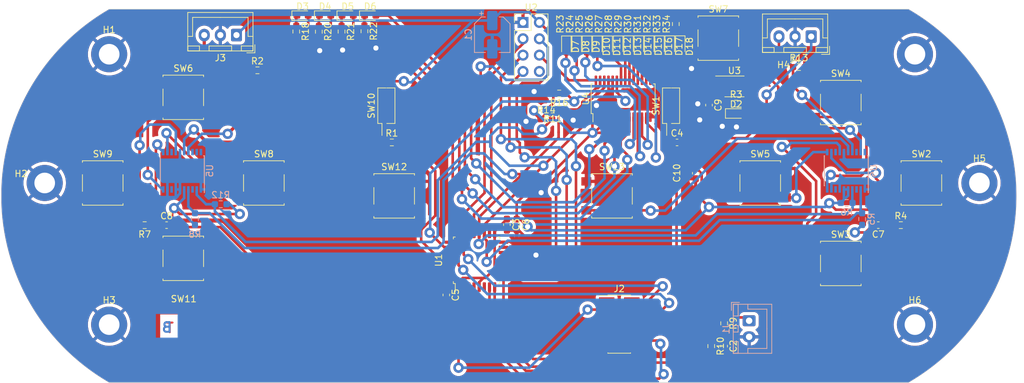
<source format=kicad_pcb>
(kicad_pcb (version 20221018) (generator pcbnew)
  (layers (0 "F.Cu" signal) (31 "B.Cu" signal) (34 "B.Paste" user) (35 "F.Paste" user) (36 "B.SilkS" user "B.Silkscreen") (37 "F.SilkS" user "F.Silkscreen") (38 "B.Mask" user) (39 "F.Mask" user) (44 "Edge.Cuts" user))
  (net 0 "")
  (net 1 "Glob_Alim")
  (net 2 "GND")
  (net 3 "POWER_CHECK")
  (net 4 "Li-ion")
  (net 5 "Net-(C7-Pad1)")
  (net 6 "Net-(C8-Pad1)")
  (net 7 "Net-(U3-BP)")
  (net 8 "Net-(D2-A)")
  (net 9 "Net-(D3-K)")
  (net 10 "Net-(D3-A)")
  (net 11 "Net-(D4-K)")
  (net 12 "Net-(D4-A)")
  (net 13 "Net-(D5-K)")
  (net 14 "Net-(D5-A)")
  (net 15 "Net-(D6-K)")
  (net 16 "Net-(D6-A)")
  (net 17 "Net-(D7-K)")
  (net 18 "Net-(D7-A)")
  (net 19 "Net-(D8-K)")
  (net 20 "Net-(D8-A)")
  (net 21 "Net-(D9-K)")
  (net 22 "Net-(D9-A)")
  (net 23 "Net-(D10-K)")
  (net 24 "Net-(D10-A)")
  (net 25 "Net-(D11-K)")
  (net 26 "Net-(D11-A)")
  (net 27 "Net-(D12-K)")
  (net 28 "Net-(D12-A)")
  (net 29 "Net-(D13-K)")
  (net 30 "Net-(D13-A)")
  (net 31 "Net-(D14-K)")
  (net 32 "Net-(D14-A)")
  (net 33 "Net-(D15-K)")
  (net 34 "Net-(D15-A)")
  (net 35 "Net-(D16-K)")
  (net 36 "Net-(D16-A)")
  (net 37 "Net-(D17-K)")
  (net 38 "Net-(D17-A)")
  (net 39 "Net-(D18-K)")
  (net 40 "Net-(D18-A)")
  (net 43 "SWDIO")
  (net 44 "SWDCK")
  (net 48 "Reset_Buton ")
  (net 49 "USART2_RX")
  (net 50 "USART2_TX")
  (net 51 "R")
  (net 52 "L")
  (net 53 "NES{slash}SNES_switcher")
  (net 54 "DIO{slash}EX_CLK")
  (net 55 "DIO{slash}EX_SDA")
  (net 56 "DIODE_OE")
  (net 57 "Net-(#FLG05-pwr)")
  (net 58 "A_Button")
  (net 59 "B_Button")
  (net 60 "X_Button")
  (net 61 "Y_Button")
  (net 62 "UC_Button")
  (net 63 "Order_Search")
  (net 64 "LC_Button")
  (net 65 "RC_Button")
  (net 66 "DC_Button")
  (net 67 "ST_Button")
  (net 68 "SE_Button")
  (net 73 "Pin_Clock")
  (net 74 "Digital_Out_Put")
  (net 75 "MOSI")
  (net 79 "RX{slash}TX")
  (net 81 "CSN_nRF24")
  (footprint "LED_SMD:LED_0603_1608Metric_Pad1.05x0.95mm_HandSolder" (layer "F.Cu") (at 167.065 70.7 -90)
    (fp_text reference "D16")
    (fp_text value "R2")
  )
  (footprint "LED_SMD:LED_0603_1608Metric_Pad1.05x0.95mm_HandSolder" (layer "F.Cu") (at 178.95 81.1)
    (fp_text reference "D2")
    (fp_text value "LED_Small")
  )
  (footprint "LED_SMD:LED_0603_1608Metric_Pad1.05x0.95mm_HandSolder" (layer "F.Cu") (at 155.815 70.725 -90)
    (fp_text reference "D9")
    (fp_text value "G7")
  )
  (footprint "Resistor_SMD:R_0603_1608Metric_Pad0.98x0.95mm_HandSolder" (layer "F.Cu") (at 178.95 79.576)
    (fp_text reference "R3")
    (fp_text value "1K")
  )
  (footprint "Button_Switch_SMD:SW_DIP_SPSTx01_Slide_Copal_CHS-01B_W7.62mm_P1.27mm" (layer "F.Cu") (at 124.69 79.9 90)
    (fp_text reference "SW10")
    (fp_text value "SW_DIP_x01")
  )
  (footprint "LED_SMD:LED_0603_1608Metric_Pad1.05x0.95mm_HandSolder" (layer "F.Cu") (at 168.665 70.7 -90)
    (fp_text reference "D17")
    (fp_text value "R3")
  )
  (footprint "Resistor_SMD:R_0603_1608Metric_Pad0.98x0.95mm_HandSolder" (layer "F.Cu") (at 168.09 67.2125 90)
    (fp_text reference "R33")
    (fp_text value "1K")
  )
  (footprint "LED_SMD:LED_0603_1608Metric_Pad1.05x0.95mm_HandSolder" (layer "F.Cu") (at 162.265 70.7 -90)
    (fp_text reference "D13")
    (fp_text value "O3")
  )
  (footprint "Resistor_SMD:R_0603_1608Metric_Pad0.98x0.95mm_HandSolder" (layer "F.Cu") (at 150.5 80.5 180)
    (fp_text reference "R11")
    (fp_text value "10K")
  )
  (footprint "LED_SMD:LED_0603_1608Metric_Pad1.05x0.95mm_HandSolder" (layer "F.Cu") (at 115.19 65.9)
    (fp_text reference "D4")
    (fp_text value "G2")
  )
  (footprint "Capacitor_SMD:C_0603_1608Metric_Pad1.08x0.95mm_HandSolder" (layer "F.Cu") (at 169.785 85.6)
    (fp_text reference "C4")
    (fp_text value "1u")
  )
  (footprint "Resistor_SMD:R_0603_1608Metric_Pad0.98x0.95mm_HandSolder" (layer "F.Cu") (at 160.59 67.2125 90)
    (fp_text reference "R28")
    (fp_text value "1K")
  )
  (footprint "MountingHole:MountingHole_3.2mm_M3_DIN965_Pad" (layer "F.Cu") (at 81.69 71.9)
    (fp_text reference "H1")
    (fp_text value "MountingHole_Pad")
  )
  (footprint "Resistor_SMD:R_0603_1608Metric_Pad0.98x0.95mm_HandSolder" (layer "F.Cu") (at 154.59 67.2125 90)
    (fp_text reference "R24")
    (fp_text value "1K")
  )
  (footprint "MountingHole:MountingHole_3.2mm_M3_DIN965_Pad" (layer "F.Cu") (at 81.69 113.9)
    (fp_text reference "H3")
    (fp_text value "MountingHole_Pad")
  )
  (footprint "Resistor_SMD:R_0603_1608Metric_Pad0.98x0.95mm_HandSolder" (layer "F.Cu") (at 156.06 67.2125 90)
    (fp_text reference "R25")
    (fp_text value "1K")
  )
  (footprint "Resistor_SMD:R_0603_1608Metric_Pad0.98x0.95mm_HandSolder" (layer "F.Cu") (at 166.59 67.2125 90)
    (fp_text reference "R32")
    (fp_text value "1K")
  )
  (footprint "Resistor_SMD:R_0603_1608Metric_Pad0.98x0.95mm_HandSolder" (layer "F.Cu") (at 87.197976 98.45 180)
    (fp_text reference "R7")
    (fp_text value "1k")
  )
  (footprint "Button_Switch_SMD:SW_SPST_B3S-1000" (layer "F.Cu") (at 93.19 78.6)
    (fp_text reference "SW6")
    (fp_text value "SW_Push")
  )
  (footprint "Button_Switch_SMD:SW_SPST_B3S-1000" (layer "F.Cu") (at 125.9 93.9)
    (fp_text reference "SW12")
    (fp_text value "SW_Push")
  )
  (footprint "Resistor_SMD:R_0603_1608Metric_Pad0.98x0.95mm_HandSolder" (layer "F.Cu") (at 149.5 82)
    (fp_text reference "R14")
    (fp_text value "10K")
  )
  (footprint "Connector_JST:JST_XH_B3B-XH-A_1x03_P2.50mm_Vertical" (layer "F.Cu") (at 190.594 69.162 180)
    (fp_text reference "J4")
    (fp_text value "Conn_01x03")
  )
  (footprint "MountingHole:MountingHole_3.2mm_M3_DIN965_Pad" (layer "F.Cu") (at 206.69 71.9)
    (fp_text reference "H4")
    (fp_text value "MountingHole_Pad")
  )
  (footprint "Resistor_SMD:R_0603_1608Metric_Pad0.98x0.95mm_HandSolder" (layer "F.Cu") (at 162.09 67.2125 90)
    (fp_text reference "R29")
    (fp_text value "1K")
  )
  (footprint "Package_QFP:LQFP-32_7x7mm_P0.8mm" (layer "F.Cu") (at 138.69 103.9 90)
    (fp_text reference "U1")
    (fp_text value "STM32L412KBTx")
  )
  (footprint "LED_SMD:LED_0603_1608Metric_Pad1.05x0.95mm_HandSolder" (layer "F.Cu") (at 154.214 70.725 -90)
    (fp_text reference "D8")
    (fp_text value "G6")
  )
  (footprint "Button_Switch_SMD:SW_SPST_B3S-1000" (layer "F.Cu") (at 176.19 69.4)
    (fp_text reference "SW7")
    (fp_text value "SW_SPST")
  )
  (footprint "Resistor_SMD:R_0603_1608Metric_Pad0.98x0.95mm_HandSolder" (layer "F.Cu") (at 175.09 117.2375 -90)
    (fp_text reference "R10")
    (fp_text value "1M")
  )
  (footprint "Button_Switch_SMD:SW_SPST_B3S-1000" (layer "F.Cu") (at 80.69 91.9)
    (fp_text reference "SW9")
    (fp_text value "SW_Push")
  )
  (footprint "Connector_JST:JST_XH_B3B-XH-A_1x03_P2.50mm_Vertical" (layer "F.Cu") (at 101.44 68.925 180)
    (fp_text reference "J3")
    (fp_text value "Conn_01x03")
  )
  (footprint "Resistor_SMD:R_0603_1608Metric_Pad0.98x0.95mm_HandSolder" (layer "F.Cu") (at 153.09 67.2125 90)
    (fp_text reference "R23")
    (fp_text value "1K")
  )
  (footprint "LED_SMD:LED_0603_1608Metric_Pad1.05x0.95mm_HandSolder" (layer "F.Cu") (at 157.415 70.725 -90)
    (fp_text reference "D10")
    (fp_text value "G8")
  )
  (footprint "LED_SMD:LED_0603_1608Metric_Pad1.05x0.95mm_HandSolder" (layer "F.Cu") (at 170.29 70.7 -90)
    (fp_text reference "D18")
    (fp_text value "R4")
  )
  (footprint "Button_Switch_SMD:SW_SPST_B3S-1000" (layer "F.Cu") (at 182.69 91.9)
    (fp_text reference "SW5")
    (fp_text value "SW_Push")
  )
  (footprint "Resistor_SMD:R_0603_1608Metric_Pad0.98x0.95mm_HandSolder" (layer "F.Cu") (at 151.5 78 180)
    (fp_text reference "R16")
    (fp_text value "10K")
  )
  (footprint "Resistor_SMD:R_0603_1608Metric_Pad0.98x0.95mm_HandSolder" (layer "F.Cu") (at 165.09 67.2125 90)
    (fp_text reference "R31")
    (fp_text value "1K")
  )
  (footprint "Resistor_SMD:R_0603_1608Metric_Pad0.98x0.95mm_HandSolder" (layer "F.Cu") (at 163.59 67.2125 90)
    (fp_text reference "R30")
    (fp_text value "1K")
  )
  (footprint "LED_SMD:LED_0603_1608Metric_Pad1.05x0.95mm_HandSolder" (layer "F.Cu") (at 165.465 70.7 -90)
    (fp_text reference "D15")
    (fp_text value "R1")
  )
  (footprint "Button_Switch_SMD:SW_SPST_B3S-1000" (layer "F.Cu") (at 159.69 93.9)
    (fp_text reference "SW13")
    (fp_text value "SW_Push")
  )
  (footprint "Resistor_SMD:R_0603_1608Metric_Pad0.98x0.95mm_HandSolder" (layer "F.Cu") (at 114.215 68.4 -90)
    (fp_text reference "R20")
    (fp_text value "1K")
  )
  (footprint "Connector_PinHeader_2.54mm:PinHeader_2x04_P2.54mm_Vertical" (layer "F.Cu") (at 145.89 66.96)
    (fp_text reference "U2")
    (fp_text value "nRF24_Full")
  )
  (footprint "Capacitor_SMD:C_0603_1608Metric_Pad1.08x0.95mm_HandSolder" (layer "F.Cu") (at 133.992 109.294 -90)
    (fp_text reference "C5")
    (fp_text value "100n")
  )
  (footprint "MountingHole:MountingHole_3.2mm_M3_DIN965_Pad" (layer "F.Cu") (at 216.69 91.9)
    (fp_text reference "H5")
    (fp_text value "MountingHole_Pad")
  )
  (footprint "LED_SMD:LED_0603_1608Metric_Pad1.05x0.95mm_HandSolder" (layer "F.Cu") (at 118.69 65.9)
    (fp_text reference "D5")
    (fp_text value "G3")
  )
  (footprint "Resistor_SMD:R_0603_1608Metric_Pad0.98x0.95mm_HandSolder" (layer "F.Cu") (at 125.54 85.6)
    (fp_text reference "R1")
    (fp_text value "1K")
  )
  (footprint "Capacitor_SMD:C_0603_1608Metric_Pad1.08x0.95mm_HandSolder" (layer "F.Cu") (at 90.597976 98.45)
    (fp_text reference "C8")
    (fp_text value "100nF")
  )
  (footprint "Button_Switch_SMD:SW_SPST_B3S-1000" (layer "F.Cu") (at 93.19 103.6)
    (fp_text reference "SW11")
    (fp_text value "SW_Push")
  )
  (footprint "Capacitor_SMD:C_0603_1608Metric_Pad1.08x0.95mm_HandSolder" (layer "F.Cu") (at 143.39 98.372 -90)
    (fp_text reference "C3")
    (fp_text value "100n")
  )
  (footprint "LED_SMD:LED_0603_1608Metric_Pad1.05x0.95mm_HandSolder" (layer "F.Cu") (at 160.65 70.7125 -90)
    (fp_text reference "D12")
    (fp_text value "O2")
  )
  (footprint "Resistor_SMD:R_0603_1608Metric_Pad0.98x0.95mm_HandSolder" (layer "F.Cu") (at 121.29 68.325 -90)
    (fp_text reference "R22")
    (fp_text value "1K")
  )
  (footprint "Capacitor_SMD:C_0603_1608Metric_Pad1.08x0.95mm_HandSolder" (layer "F.Cu") (at 144.914 98.372 -90)
    (fp_text reference "C6")
    (fp_text value "10u")
  )
  (footprint "Button_Switch_SMD:SW_SPST_B3S-1000" (layer "F.Cu") (at 195.19 79.4)
    (fp_text reference "SW4")
    (fp_text value "SW_Push")
  )
  (footprint "MountingHole:MountingHole_3.2mm_M3_DIN965_Pad" (layer "F.Cu") (at 71.69 91.9)
    (fp_text reference "H2")
    (fp_text value "MountingHole_Pad")
  )
  (footprint "LED_SMD:LED_0603_1608Metric_Pad1.05x0.95mm_HandSolder" (layer "F.Cu") (at 163.865 70.7 -90)
    (fp_text reference "D14")
    (fp_text value "O4")
  )
  (footprint "Resistor_SMD:R_0603_1608Metric_Pad0.98x0.95mm_HandSolder" (layer "F.Cu") (at 110.715 68.375 -90)
    (fp_text reference "R18")
    (fp_text value "1K")
  )
  (footprint "Resistor_SMD:R_0603_1608Metric_Pad0.98x0.95mm_HandSolder" (layer "F.Cu") (at 104.69 74.4)
    (fp_text reference "R2")
    (fp_text value "1K")
  )
  (footprint "Resistor_SMD:R_0603_1608Metric_Pad0.98x0.95mm_HandSolder" (layer "F.Cu") (at 117.74 68.375 -90)
    (fp_text reference "R21")
    (fp_text value "1K")
  )
  (footprint "LED_SMD:LED_0603_1608Metric_Pad1.05x0.95mm_HandSolder" (layer "F.Cu") (at 111.69 65.9)
    (fp_text reference "D3")
    (fp_text value "G1")
  )
  (footprint "Button_Switch_SMD:SW_DIP_SPSTx01_Slide_Copal_CHS-01B_W7.62mm_P1.27mm" (layer "F.Cu") (at 168.86 79.9 90)
    (fp_text reference "SW1")
    (fp_text value "SW_DIP_x01")
  )
  (footprint "Package_SO:MSOP-8_3x3mm_P0.65mm" (layer "F.Cu") (at 178.69 76.9)
    (fp_text reference "U3")
    (fp_text value "MIC5219-3.3YMM")
  )
  (footprint "Capacitor_SMD:C_0603_1608Metric_Pad1.08x0.95mm_HandSolder" (layer "F.Cu") (at 201.002024 98.45 180)
    (fp_text reference "C7")
    (fp_text value "100nF")
  )
  (footprint "LED_SMD:LED_0603_1608Metric_Pad1.05x0.95mm_HandSolder" (layer "F.Cu") (at 159.015 70.725 -90)
    (fp_text reference "D11")
    (fp_text value "O1")
  )
  (footprint "Resistor_SMD:R_0603_1608Metric_Pad0.98x0.95mm_HandSolder" (layer "F.Cu") (at 204.502024 98.45)
    (fp_text reference "R4")
    (fp_text value "1k")
  )
  (footprint "Capacitor_SMD:C_0603_1608Metric_Pad1.08x0.95mm_HandSolder" (layer "F.Cu") (at 177.09 117.2375 -90)
    (fp_text reference "C2")
    (fp_text value "1nF")
  )
  (footprint "Connector_PinHeader_1.27mm:PinHeader_2x07_P1.27mm_Vertical_SMD" (layer "F.Cu") (at 160.815 113.84)
    (fp_text reference "J2")
    (fp_text value "Conn_02x07_Odd_Even")
  )
  (footprint "Capacitor_SMD:C_0603_1608Metric_Pad1.08x0.95mm_HandSolder" (layer "F.Cu") (at 174.74 79.8 -90)
    (fp_text reference "C9")
    (fp_text value "470p")
  )
  (footprint "MountingHole:MountingHole_3.2mm_M3_DIN965_Pad" (layer "F.Cu") (at 206.69 113.9)
    (fp_text reference "H6")
    (fp_text value "MountingHole_Pad")
  )
  (footprint "Package_SO:TSSOP-28_4.4x9.7mm_P0.65mm" (layer "F.Cu") (at 161.424 78.814 90)
    (fp_text reference "U4")
    (fp_text value "PCA9685PW")
  )
  (footprint "LED_SMD:LED_0603_1608Metric_Pad1.05x0.95mm_HandSolder" (layer "F.Cu") (at 152.615 70.725 -90)
    (fp_text reference "D7")
    (fp_text value "G5")
  )
  (footprint "Resistor_SMD:R_0603_1608Metric_Pad0.98x0.95mm_HandSolder" (layer "F.Cu") (at 159.09 67.2125 90)
    (fp_text reference "R27")
    (fp_text value "1K")
  )
  (footprint "Button_Switch_SMD:SW_SPST_B3S-1000" (layer "F.Cu") (at 195.19 104.4)
    (fp_text reference "SW3")
    (fp_text value "SW_Push")
  )
  (footprint "Resistor_SMD:R_0603_1608Metric_Pad0.98x0.95mm_HandSolder" (layer "F.Cu") (at 177.09 113.7 -90)
    (fp_text reference "R9")
    (fp_text value "1M")
  )
  (footprint "Button_Switch_SMD:SW_SPST_B3S-1000" (layer "F.Cu") (at 105.69 91.9)
    (fp_text reference "SW8")
    (fp_text value "SW_Push")
  )
  (footprint "Resistor_SMD:R_0603_1608Metric_Pad0.98x0.95mm_HandSolder" (layer "F.Cu") (at 157.59 67.2125 90)
    (fp_text reference "R26")
    (fp_text value "1K")
  )
  (footprint "Button_Switch_SMD:SW_SPST_B3S-1000" (layer "F.Cu") (at 207.69 91.9)
    (fp_text reference "SW2")
    (fp_text value "SW_Push")
  )
  (footprint "Resistor_SMD:R_0603_1608Metric_Pad0.98x0.95mm_HandSolder" (layer "F.Cu") (at 188.69 73.9)
    (fp_text reference "R13")
    (fp_text value "1K")
  )
  (footprint "Capacitor_SMD:C_0603_1608Metric_Pad1.08x0.95mm_HandSolder" (layer "F.Cu") (at 172.685 90.3825 -90)
    (fp_text reference "C10")
    (fp_text value "100nF")
  )
  (footprint "LED_SMD:LED_0603_1608Metric_Pad1.05x0.95mm_HandSolder" (layer "F.Cu") (at 122.19 65.9)
    (fp_text reference "D6")
    (fp_text value "G4")
  )
  (footprint "Resistor_SMD:R_0603_1608Metric_Pad0.98x0.95mm_HandSolder" (layer "F.Cu") (at 169.59 67.2125 90)
    (fp_text reference "R34")
    (fp_text value "1K")
  )
  (footprint "Package_SO:SSOP-20_4.4x6.5mm_P0.65mm" (layer "B.Cu") (at 93 90 90)
    (fp_text reference "U5")
    (fp_text value "PCF8574TS")
  )
  (footprint "Resistor_SMD:R_0603_1608Metric_Pad0.98x0.95mm_HandSolder" (layer "B.Cu") (at 99 95.2 180)
    (fp_text reference "R12")
    (fp_text value "10K")
  )
  (footprint "Resistor_SMD:R_0603_1608Metric_Pad0.98x0.95mm_HandSolder" (layer "B.Cu") (at 198.5 97.5 90)
    (fp_text reference "R5")
    (fp_text value "10K")
  )
  (footprint "Connector_JST:JST_XH_B2B-XH-A_1x02_P2.50mm_Vertical" (layer "B.Cu") (at 180.965 113.3 -90)
    (fp_text reference "J1")
    (fp_text value "Conn_01x02")
  )
  (footprint "Package_SO:SSOP-20_4.4x6.5mm_P0.65mm" (layer "B.Cu") (at 196 90 90)
    (fp_text reference "U6")
    (fp_text value "PCF8574TS")
  )
  (footprint "Resistor_SMD:R_0603_1608Metric_Pad0.98x0.95mm_HandSolder" (layer "B.Cu") (at 95 97.5 90)
    (fp_text reference "R8")
    (fp_text value "10K")
  )
  (footprint "Capacitor_SMD:CP_Elec_5x5.4" (layer "B.Cu") (at 141.12 68.87 -90)
    (fp_text reference "C1")
    (fp_text value "22uF")
  )
  (footprint "Resistor_SMD:R_0603_1608Metric_Pad0.98x0.95mm_HandSolder" (layer "B.Cu") (at 196.1 95)
    (fp_text reference "R6")
    (fp_text value "10K")
  )
  (gr_arc (start 205.69 64.9) (mid 222.433158 93.9) (end 205.69 122.9) (stroke (width 0.05)) (layer "Edge.Cuts"))
  (gr_line (start 81.69 64.9) (end 205.69 64.9) (stroke (width 0.1)) (layer "Edge.Cuts"))
  (gr_line (start 81.69 122.9) (end 205.69 122.9) (stroke (width 0.1)) (layer "Edge.Cuts"))
  (gr_arc (start 81.69 122.9) (mid 64.946842 93.9) (end 81.69 64.9) (stroke (width 0.05)) (layer "Edge.Cuts"))
  (gr_text "T" (at 90.32 115.28) (layer "F.Cu") (effects (font (size 1.5 1.5) (thickness 0.3) bold) (justify left bottom)))
  (gr_text "B" (at 91.6 115.21) (layer "B.Cu") (effects (font (size 1.5 1.5) (thickness 0.3) bold) (justify left bottom mirror)))
  (gr_text_box "AURIAC	BIEHLER\nHUBERT	MASSIN\nPHETSINORATH\n" (start 100.14 111) (end 123.46 120.01) (layer "F.Cu") (effects (font (size 1.5 1.5) (thickness 0.3) bold) (justify left top)) (stroke (width 0.2)))
  (segment (start 144.914 97.5095) (end 145.4295 97.5095) (width 0.4) (layer "F.Cu") (net 1))
  (segment (start 150.76 73.7) (end 150.76 71.12) (width 0.4) (layer "F.Cu") (net 1))
  (segment (start 150.76 77.8275) (end 150.5875 78) (width 0.4) (layer "F.Cu") (net 1))
  (segment (start 158.240817 84.1) (end 159.799 82.541817) (width 0.4) (layer "F.Cu") (net 1))
  (segment (start 171.3 78.7) (end 172.775 77.225) (width 0.4) (layer "F.Cu") (net 1))
  (segment (start 91.460476 98.45) (end 91.460476 96.109524) (width 0.4) (layer "F.Cu") (net 1))
  (segment (start 91.460476 96.109524) (end 91.76 95.81) (width 0.4) (layer "F.Cu") (net 1))
  (segment (start 141.49 105.23) (end 140.07 106.65) (width 0.4) (layer "F.Cu") (net 1))
  (segment (start 156.66 82.2155) (end 157.199 81.6765) (width 0.4) (layer "F.Cu") (net 1))
  (segment (start 135.89 108.075) (end 134.3485 108.075) (width 0.4) (layer "F.Cu") (net 1))
  (segment (start 135.89 107.311827) (end 136.551827 106.65) (width 0.4) (layer "F.Cu") (net 1))
  (segment (start 149.5875 81) (end 148.5875 82) (width 0.4) (layer "F.Cu") (net 1))
  (segment (start 135.89 108.075) (end 135.89 107.311827) (width 0.4) (layer "F.Cu") (net 1))
  (segment (start 150.76 73.7) (end 150.76 77.8275) (width 0.4) (layer "F.Cu") (net 1))
  (segment (start 172.775 77.225) (end 176.5775 77.225) (width 0.4) (layer "F.Cu") (net 1))
  (segment (start 158.595 111.57) (end 158.865 111.3) (width 0.4) (layer "F.Cu") (net 1))
  (segment (start 144.914 97.5095) (end 143.39 97.5095) (width 0.4) (layer "F.Cu") (net 1))
  (segment (start 149.5875 80.5) (end 149.5875 81) (width 0.4) (layer "F.Cu") (net 1))
  (segment (start 91.76 95.82) (end 91.76 95.81) (width 0.4) (layer "F.Cu") (net 1))
  (segment (start 172.685 84.9285) (end 180.4715 84.9285) (width 0.4) (layer "F.Cu") (net 1))
  (segment (start 145.4295 97.5095) (end 146.6 98.68) (width 0.4) (layer "F.Cu") (net 1))
  (segment (start 173.61 92.79) (end 173.61 94.5) (width 0.4) (layer "F.Cu") (net 1))
  (segment (start 172.685 84.9285) (end 171.3 83.5435) (width 0.4) (layer "F.Cu") (net 1))
  (segment (start 140.07 106.65) (end 139.751827 106.65) (width 0.4) (layer "F.Cu") (net 1))
  (segment (start 158.499 82.541817) (end 158.499 81.6765) (width 0.4) (layer "F.Cu") (net 1))
  (segment (start 139.751827 106.65) (end 139.09 107.311827) (width 0.4) (layer "F.Cu") (net 1))
  (segment (start 135.89 120.58) (end 135.88 120.59) (width 0.4) (layer "F.Cu") (net 1))
  (segment (start 108.5915 108.4315) (end 98.91 98.75) (width 0.4) (layer "F.Cu") (net 1))
  (segment (start 156.66 84.1) (end 156.66 82.2155) (width 0.4) (layer "F.Cu") (net 1))
  (segment (start 148.43 66.96) (end 150.76 69.29) (width 0.4) (layer "F.Cu") (net 1))
  (segment (start 157.199 75.9515) (end 153.0115 75.9515) (width 0.4) (layer "F.Cu") (net 1))
  (segment (start 183.68 81.72) (end 183.68 78.18) (width 0.4) (layer "F.Cu") (net 1))
  (segment (start 173.61 94.5) (end 174.74 95.63) (width 0.4) (layer "F.Cu") (net 1))
  (segment (start 139.09 107.311827) (end 139.09 108.075) (width 0.4) (layer "F.Cu") (net 1))
  (segment (start 136.551827 106.65) (end 139.751827 106.65) (width 0.4) (layer "F.Cu") (net 1))
  (segment (start 135.89 114.82) (end 135.89 120.58) (width 0.4) (layer "F.Cu") (net 1))
  (segment (start 172.685 89.52) (end 173.61 90.445) (width 0.4) (layer "F.Cu") (net 1))
  (segment (start 124.69 76.09) (end 127.3995 76.09) (width 0.4) (layer "F.Cu") (net 1))
  (segment (start 153.0115 75.9515) (end 150.76 73.7) (width 0.4) (layer "F.Cu") (net 1))
  (segment (start 148.995 90.875) (end 149.885 90.875) (width 0.4) (layer "F.Cu") (net 1))
  (segment (start 173.61 90.445) (end 173.61 92.79) (width 0.4) (layer "F.Cu") (net 1))
  (segment (start 156.940817 84.1) (end 158.499 82.541817) (width 0.4) (layer "F.Cu") (net 1))
  (segment (start 172.685 84.9285) (end 178.0375 79.576) (width 0.4) (layer "F.Cu") (net 1))
  (segment (start 197.38 99.58) (end 199.009524 99.58) (width 0.4) (layer "F.Cu") (net 1))
  (segment (start 194.41 96.05) (end 199.59 96.05) (width 0.4) (layer "F.Cu") (net 1))
  (segment (start 127.3995 76.09) (end 127.4 76.0895) (width 0.4) (layer "F.Cu") (net 1))
  (segment (start 200.139524 96.599524) (end 200.139524 98.45) (width 0.4) (layer "F.Cu") (net 1))
  (segment (start 134.3485 108.075) (end 133.992 108.4315) (width 0.4) (layer "F.Cu") (net 1))
  (segment (start 150.76 69.29) (end 150.76 71.12) (width 0.4) (layer "F.Cu") (net 1))
  (segment (start 141.49 99.725) (end 141.49 105.23) (width 0.4) (layer "F.Cu") (net 1))
  (segment (start 155.91 111.57) (end 158.595 111.57) (width 0.4) (layer "F.Cu") (net 1))
  (segment (start 141.49 99.4095) (end 141.49 99.725) (width 0.4) (layer "F.Cu") (net 1))
  (segment (start 199.59 96.05) (end 200.139524 96.599524) (width 0.4) (layer "F.Cu") (net 1))
  (segment (start 156.66 84.1) (end 158.240817 84.1) (width 0.4) (layer "F.Cu") (net 1))
  (segment (start 199.009524 99.58) (end 200.139524 98.45) (width 0.4) (layer "F.Cu") (net 1))
  (segment (start 92.66 96.72) (end 91.76 95.82) (width 0.4) (layer "F.Cu") (net 1))
  (segment (start 147.6095 81.022) (end 147.6095 80.635804) (width 0.4) (layer "F.Cu") (net 1))
  (segment (start 144.914 94.956) (end 148.995 90.875) (width 0.4) (layer "F.Cu") (net 1))
  (segment (start 150.5875 78) (end 150.5875 79.5) (width 0.4) (layer "F.Cu") (net 1))
  (segment (start 98.91 98.75) (end 91.760476 98.75) (width 0.4) (layer "F.Cu") (net 1))
  (segment (start 133.992 108.4315) (end 108.5915 108.4315) (width 0.4) (layer "F.Cu") (net 1))
  (segment (start 144.914 97.5095) (end 144.914 94.956) (width 0.4) (layer "F.Cu") (net 1))
  (segment (start 172.685 89.52) (end 172.685 84.9285) (width 0.4) (layer "F.Cu") (net 1))
  (segment (start 150.5875 79.5) (end 149.5875 80.5) (width 0.4) (layer "F.Cu") (net 1))
  (segment (start 193.4 95.04) (end 194.41 96.05) (width 0.4) (layer "F.Cu") (net 1))
  (segment (start 135.89 108.075) (end 135.89 114.82) (width 0.4) (layer "F.Cu") (net 1))
  (segment (start 171.3 83.5435) (end 171.3 78.7) (width 0.4) (layer "F.Cu") (net 1))
  (segment (start 159.799 82.541817) (end 159.799 81.6765) (width 0.4) (layer "F.Cu") (net 1))
  (segment (start 156.66 84.1) (end 156.940817 84.1) (width 0.4) (layer "F.Cu") (net 1))
  (segment (start 101.95 96.72) (end 92.66 96.72) (width 0.4) (layer "F.Cu") (net 1))
  (segment (start 91.760476 98.75) (end 91.460476 98.45) (width 0.4) (layer "F.Cu") (net 1))
  (segment (start 180.4715 84.9285) (end 183.68 81.72) (width 0.4) (layer "F.Cu") (net 1))
  (segment (start 143.39 97.5095) (end 141.49 99.4095) (width 0.4) (layer "F.Cu") (net 1))
  (segment (start 149.885 90.875) (end 156.66 84.1) (width 0.4) (layer "F.Cu") (net 1))
  (segment (start 148.5875 82) (end 147.6095 81.022) (width 0.4) (layer "F.Cu") (net 1))
  (via (at 193.4 95.04) (size 1.6) (drill 0.8) (layers "F.Cu" "B.Cu") (net 1))
  (via (at 127.4 76.0895) (size 1.6) (drill 0.8) (layers "F.Cu" "B.Cu") (net 1))
  (via (at 183.68 78.18) (size 1.6) (drill 0.8) (layers "F.Cu" "B.Cu") (net 1))
  (via (at 101.95 96.72) (size 1.6) (drill 0.8) (layers "F.Cu" "B.Cu") (net 1))
  (via (at 147.6095 80.635804) (size 1.6) (drill 0.8) (layers "F.Cu" "B.Cu") (net 1))
  (via (at 135.88 120.59) (size 1.6) (drill 0.8) (layers "F.Cu" "B.Cu") (net 1))
  (via (at 197.38 99.58) (size 1.6) (drill 0.8) (layers "F.Cu" "B.Cu") (net 1))
  (via (at 146.6 98.68) (size 1.6) (drill 0.8) (layers "F.Cu" "B.Cu") (net 1))
  (via (at 155.91 111.57) (size 1.6) (drill 0.8) (layers "F.Cu" "B.Cu") (net 1))
  (via (at 156.66 84.1) (size 1.6) (drill 0.8) (layers "F.Cu" "B.Cu") (net 1))
  (via (at 174.74 95.63) (size 1.6) (drill 0.8) (layers "F.Cu" "B.Cu") (net 1))
  (via (at 91.76 95.81) (size 1.6) (drill 0.8) (layers "F.Cu" "B.Cu") (net 1))
  (segment (start 99.9125 95.2) (end 100.43 95.2) (width 0.4) (layer "B.Cu") (net 1))
  (segment (start 149.163696 82.19) (end 147.6095 80.635804) (width 0.4) (layer "B.Cu") (net 1))
  (segment (start 156.66 84.1) (end 153.28 84.1) (width 0.4) (layer "B.Cu") (net 1))
  (segment (start 148.43 66.96) (end 146.81 65.34) (width 0.4) (layer "B.Cu") (net 1))
  (segment (start 195.1875 95) (end 193.44 95) (width 0.4) (layer "B.Cu") (net 1))
  (segment (start 196.325 92.9) (end 196.325 93.8625) (width 0.4) (layer "B.Cu") (net 1))
  (segment (start 93.325 94.245) (end 93.325 92.9) (width 0.4) (layer "B.Cu") (net 1))
  (segment (start 195.675 92.9) (end 195.675 94.5125) (width 0.4) (layer "B.Cu") (net 1))
  (segment (start 171.12 99.25) (end 147.17 99.25) (width 0.4) (layer "B.Cu") (net 1))
  (segment (start 174.74 95.63) (end 192.81 95.63) (width 0.4) (layer "B.Cu") (net 1))
  (segment (start 174.74 95.63) (end 171.12 99.25) (width 0.4) (layer "B.Cu") (net 1))
  (segment (start 195.675 94.5125) (end 195.1875 95) (width 0.4) (layer "B.Cu") (net 1))
  (segment (start 138.15 66.67) (end 103.695 66.67) (width 0.4) (layer "B.Cu") (net 1))
  (segment (start 128.57 76.25) (end 127.5605 76.25) (width 0.4) (layer "B.Cu") (net 1))
  (segment (start 135.88 120.59) (end 146.89 120.59) (width 0.4) (layer "B.Cu") (net 1))
  (segment (start 138.15 66.67) (end 128.57 76.25) (width 0.4) (layer "B.Cu") (net 1))
  (segment (start 147.17 99.25) (end 146.6 98.68) (width 0.4) (layer "B.Cu") (net 1))
  (segment (start 103.695 66.67) (end 101.44 68.925) (width 0.4) (layer "B.Cu") (net 1))
  (segment (start 196.325 92.9) (end 195.675 92.9) (width 0.4) (layer "B.Cu") (net 1))
  (segment (start 192.81 95.63) (end 193.4 95.04) (width 0.4) (layer "B.Cu") (net 1))
  (segment (start 183.68 78.18) (end 183.68 78.12) (width 0.4) (layer "B.Cu") (net 1))
  (segment (start 95 98.4125) (end 92.3975 95.81) (width 0.4) (layer "B.Cu") (net 1))
  (segment (start 153.28 84.1) (end 151.37 82.19) (width 0.4) (layer "B.Cu") (net 1))
  (segment (start 193.44 95) (end 193.4 95.04) (width 0.4) (layer "B.Cu") (net 1))
  (segment (start 127.5605 76.25) (end 127.4 76.0895) (width 0.4) (layer "B.Cu") (net 1))
  (segment (start 91.76 95.81) (end 93.325 94.245) (width 0.4) (layer "B.Cu") (net 1))
  (segment (start 196.325 93.8625) (end 195.1875 95) (width 0.4) (layer "B.Cu") (net 1))
  (segment (start 92.3975 95.81) (end 91.76 95.81) (width 0.4) (layer "B.Cu") (net 1))
  (segment (start 183.68 78.12) (end 190.594 71.206) (width 0.4) (layer "B.Cu") (net 1))
  (segment (start 190.594 71.206) (end 190.594 69.162) (width 0.4) (layer "B.Cu") (net 1))
  (segment (start 146.81 65.34) (end 142.45 65.34) (width 0.4) (layer "B.Cu") (net 1))
  (segment (start 198.5 98.4125) (end 197.38 99.5325) (width 0.4) (layer "B.Cu") (net 1))
  (segment (start 151.37 82.19) (end 149.163696 82.19) (width 0.4) (layer "B.Cu") (net 1))
  (segment (start 141.12 66.67) (end 138.15 66.67) (width 0.4) (layer "B.Cu") (net 1))
  (segment (start 197.38 99.5325) (end 197.38 99.58) (width 0.4) (layer "B.Cu") (net 1))
  (segment (start 142.45 65.34) (end 141.12 66.67) (width 0.4) (layer "B.Cu") (net 1))
  (segment (start 100.43 95.2) (end 101.95 96.72) (width 0.4) (layer "B.Cu") (net 1))
  (segment (start 146.89 120.59) (end 155.91 111.57) (width 0.4) (layer "B.Cu") (net 1))
  (segment (start 159.799 75.9515) (end 159.799 79.701) (width 0.4) (layer "F.Cu") (net 2))
  (segment (start 166.24 81.0855) (end 165.649 81.6765) (width 0.4) (layer "F.Cu") (net 2))
  (segment (start 146.15 100.17) (end 145.2145 99.2345) (width 0.4) (layer "F.Cu") (net 2))
  (segment (start 146.36 78.94) (end 147.61 77.69) (width 0.4) (layer "F.Cu") (net 2))
  (segment (start 159.149 79.55) (end 159.149 81.6765) (width 0.4) (layer "F.Cu") (net 2))
  (segment (start 160.049 80.45) (end 165.75 80.45) (width 0.4) (layer "F.Cu") (net 2))
  (segment (start 148.89 93.59) (end 148.89 98.45) (width 0.4) (layer "F.Cu") (net 2))
  (segment (start 159.149 75.9515) (end 159.799 75.9515) (width 0.4) (layer "F.Cu") (net 2))
  (segment (start 159.149 79.511183) (end 157.849 80.811183) (width 0.4) (layer "F.Cu") (net 2))
  (segment (start 159.149 79.55) (end 159.5495 79.9505) (width 0.4) (layer "F.Cu") (net 2))
  (segment (start 145.2145 99.2345) (end 144.914 99.2345) (width 0.4) (layer "F.Cu") (net 2))
  (segment (start 167.76 74.61) (end 168.25 74.12) (width 0.4) (layer "F.Cu") (net 2))
  (segment (start 159.799 77.45) (end 159.149 78.1) (width 0.4) (layer "F.Cu") (net 2))
  (segment (start 168.25 74.12) (end 172.03 74.12) (width 0.4) (layer "F.Cu") (net 2))
  (segment (start 146.36 82.33) (end 146.36 78.94) (width 0.4) (layer "F.Cu") (net 2))
  (segment (start 147.17 100.17) (end 146.15 100.17) (width 0.4) (layer "F.Cu") (net 2))
  (segment (start 165.75 80.45) (end 167.76 78.44) (width 0.4) (layer "F.Cu") (net 2))
  (segment (start 159.149 79.55) (end 157.59 79.55) (width 0.4) (layer "F.Cu") (net 2))
  (segment (start 159.5495 79.9505) (end 160.049 80.45) (width 0.4) (layer "F.Cu") (net 2))
  (segment (start 165.75 80.45) (end 166.24 80.45) (width 0.4) (layer "F.Cu") (net 2))
  (segment (start 157.59 79.55) (end 157.28 79.86) (width 0.4) (layer "F.Cu") (net 2))
  (segment (start 166.24 80.45) (end 166.24 81.0855) (width 0.4) (layer "F.Cu") (net 2))
  (segment (start 159.799 79.701) (end 159.5495 79.9505) (width 0.4) (layer "F.Cu") (net 2))
  (segment (start 148.7 93.4) (end 148.89 93.59) (width 0.4) (layer "F.Cu") (net 2))
  (segment (start 148.89 98.45) (end 147.17 100.17) (width 0.4) (layer "F.Cu") (net 2))
  (segment (start 144.914 99.2345) (end 143.39 99.2345) (width 0.4) (layer "F.Cu") (net 2))
  (segment (start 159.149 79.511183) (end 159.149 79.55) (width 0.4) (layer "F.Cu") (net 2))
  (segment (start 167.76 78.44) (end 167.76 74.61) (width 0.4) (layer "F.Cu") (net 2))
  (segment (start 159.149 75.9515) (end 159.149 78.1) (width 0.4) (layer "F.Cu") (net 2))
  (segment (start 157.849 80.811183) (end 157.849 81.6765) (width 0.4) (layer "F.Cu") (net 2))
  (segment (start 159.799 75.9515) (end 159.799 77.45) (width 0.4) (layer "F.Cu") (net 2))
  (segment (start 159.149 78.1) (end 159.149 79.511183) (width 0.4) (layer "F.Cu") (net 2))
  (via (at 176.8 83.1) (size 1.6) (drill 0.8) (layers "F.Cu" "B.Cu") (net 2))
  (via (at 173.3 82.1) (size 1.6) (drill 0.8) (layers "F.Cu" "B.Cu") (net 2))
  (via (at 173 79.6) (size 1.6) (drill 0.8) (layers "F.Cu" "B.Cu") (net 2))
  (via (at 153.67 82.14) (size 1.6) (drill 0.8) (layers "F.Cu" "B.Cu") (net 2))
  (via (at 172.03 74.12) (size 1.6) (drill 0.8) (layers "F.Cu" "B.Cu") (net 2))
  (via (at 148.7 93.4) (size 1.6) (drill 0.8) (layers "F.Cu" "B.Cu") (net 2))
  (via (at 147.61 77.69) (size 1.6) (drill 0.8) (layers "F.Cu" "B.Cu") (net 2))
  (via (at 117.9 71.25) (size 1.6) (drill 0.8) (layers "F.Cu" "B.Cu") (net 2))
  (via (at 179 83.2) (size 1.6) (drill 0.8) (layers "F.Cu" "B.Cu") (net 2))
  (via (at 146.36 82.33) (size 1.6) (drill 0.8) (layers "F.Cu" "B.Cu") (net 2))
  (via (at 147.9 103.1) (size 1.6) (drill 0.8) (layers "F.Cu" "B.Cu") (net 2))
  (via (at 123.07 70.94) (size 1.6) (drill 0.8) (layers "F.Cu" "B.Cu") (net 2))
  (via (at 114.35 71.34) (size 1.6) (drill 0.8) (layers "F.Cu" "B.Cu") (net 2))
  (via (at 157.28 79.86) (size 1.6) (drill 0.8) (layers "F.Cu" "B.Cu") (net 2))
  (segment (start 195.675 87.1) (end 195.675 88) (width 0.4) (layer "B.Cu") (net 2))
  (segment (start 202.07 89.1) (end 202.07 91.45) (width 0.4) (layer "B.Cu") (net 2))
  (segment (start 92.675 93.525) (end 92.025 94.175) (width 0.4) (layer "B.Cu") (net 2))
  (segment (start 201.37 88.4) (end 202.07 89.1) (width 0.4) (layer "B.Cu") (net 2))
  (segment (start 198.925 92.055) (end 199.03 91.95) (width 0.4) (layer "B.Cu") (net 2))
  (segment (start 95.925 90.725) (end 95.925 92.9) (width 0.4) (layer "B.Cu") (net 2))
  (segment (start 114.44 71.25) (end 114.35 71.34) (width 0.4) (layer "B.Cu") (net 2))
  (segment (start 199.03 91.95) (end 195.12 91.95) (width 0.4) (layer "B.Cu") (net 2))
  (segment (start 94.8 89.6) (end 95.925 90.725) (width 0.4) (layer "B.Cu") (net 2))
  (segment (start 157.28 79.86) (end 155.95 79.86) (width 0.4) (layer "B.Cu") (net 2))
  (segment (start 193.775 91.95) (end 193.725 92) (width 0.4) (layer "B.Cu") (net 2))
  (segment (start 90.725 91.375) (end 91.55 90.55) (width 0.4) (layer "B.Cu") (net 2))
  (segment (start 196.075 88.4) (end 201.37 88.4) (width 0.4) (layer "B.Cu") (net 2))
  (segment (start 195.675 88) (end 196.075 88.4) (width 0.4) (layer "B.Cu") (net 2))
  (segment (start 201.57 91.95) (end 199.03 91.95) (width 0.4) (layer "B.Cu") (net 2))
  (segment (start 90.725 92.9) (end 90.725 91.375) (width 0.4) (layer "B.Cu") (net 2))
  (segment (start 198.925 92.9) (end 198.925 92.055) (width 0.4) (layer "B.Cu") (net 2))
  (segment (start 195.025 92.045) (end 195.12 91.95) (width 0.4) (layer "B.Cu") (net 2))
  (segment (start 92.675 92.9) (end 92.675 93.525) (width 0.4) (layer "B.Cu") (net 2))
  (segment (start 92.025 91.025) (end 91.55 90.55) (width 0.4) (layer "B.Cu") (net 2))
  (segment (start 92.675 89.6) (end 94.8 89.6) (width 0.4) (layer "B.Cu") (net 2))
  (segment (start 91.55 90.55) (end 92.675 89.425) (width 0.4) (layer "B.Cu") (net 2))
  (segment (start 92.675 88.05) (end 92.675 89.6) (width 0.4) (layer "B.Cu") (net 2))
  (segment (start 90.725 92.9) (end 90.725 94) (width 0.4) (layer "B.Cu") (net 2))
  (segment (start 195.12 91.95) (end 193.775 91.95) (width 0.4) (layer "B.Cu") (net 2))
  (segment (start 117.9 71.25) (end 122.76 71.25) (width 0.4) (layer "B.Cu") (net 2))
  (segment (start 92.675 92.9) (end 92.675 88.05) (width 0.4) (layer "B.Cu") (net 2))
  (segment (start 90.725 94.175) (end 90.1 94.8) (width 0.4) (layer "B.Cu") (net 2))
  (segment (start 92.675 88.05) (end 92.675 87.439949) (width 0.4) (layer "B.Cu") (net 2))
  (segment (start 92.025 94.175) (end 92.025 92.9) (width 0.4) (layer "B.Cu") (net 2))
  (segment (start 202.07 91.45) (end 201.57 91.95) (width 0.4) (layer "B.Cu") (net 2))
  (segment (start 92.675 89.425) (end 92.675 88.05) (width 0.4) (layer "B.Cu") (net 2))
  (segment (start 155.95 79.86) (end 153.67 82.14) (width 0.4) (layer "B.Cu") (net 2))
  (segment (start 117.9 71.25) (end 114.44 71.25) (width 0.4) (layer "B.Cu") (net 2))
  (segment (start 195.025 92.9) (end 195.025 92.045) (width 0.4) (layer "B.Cu") (net 2))
  (segment (start 122.76 71.25) (end 123.07 70.94) (width 0.4) (layer "B.Cu") (net 2))
  (segment (start 193.725 92) (end 193.725 92.9) (width 0.4) (layer "B.Cu") (net 2))
  (segment (start 92.025 92.9) (end 92.025 91.025) (width 0.4) (layer "B.Cu") (net 2))
  (segment (start 140.69 108.075) (end 140.69 115.44) (width 0.4) (layer "F.Cu") (net 3))
  (segment (start 163.5 119.8) (end 171.615 119.8) (width 0.4) (layer "F.Cu") (net 3))
  (segment (start 177.04 116.325) (end 177.09 116.375) (width 0.4) (layer "F.Cu") (net 3))
  (segment (start 140.69 115.44) (end 146.33 121.08) (width 0.4) (layer "F.Cu") (net 3))
  (segment (start 177.09 116.375) (end 177.09 114.6125) (width 0.4) (layer "F.Cu") (net 3))
  (segment (start 171.615 119.8) (end 175.09 116.325) (width 0.4) (layer "F.Cu") (net 3))
  (segment (start 146.33 121.08) (end 162.22 121.08) (width 0.4) (layer "F.Cu") (net 3))
  (segment (start 175.09 116.325) (end 177.04 116.325) (width 0.4) (layer "F.Cu") (net 3))
  (segment (start 162.22 121.08) (end 163.5 119.8) (width 0.4) (layer "F.Cu") (net 3))
  (segment (start 177.09 112.7875) (end 180.4525 112.7875) (width 0.4) (layer "F.Cu") (net 4))
  (segment (start 168.86 83.71) (end 168.86 85.4375) (width 0.4) (layer "F.Cu") (net 4))
  (segment (start 169.71 86.2875) (end 168.9225 85.5) (width 0.4) (layer "F.Cu") (net 4))
  (segment (start 169.71 105.4075) (end 169.71 96.9575) (width 0.4) (layer "F.Cu") (net 4))
  (segment (start 169.71 96.9575) (end 169.71 86.2875) (width 0.4) (layer "F.Cu") (net 4))
  (segment (start 168.86 85.4375) (end 168.9225 85.5) (width 0.4) (layer "F.Cu") (net 4))
  (segment (start 177.09 112.7875) (end 169.71 105.4075) (width 0.4) (layer "F.Cu") (net 4))
  (segment (start 180.4525 112.7875) (end 180.965 113.3) (width 0.4) (layer "F.Cu") (net 4))
  (segment (start 203.589524 98.45) (end 201.864524 98.45) (width 0.4) (layer "F.Cu") (net 5))
  (segment (start 89.735476 98.45) (end 88.110476 98.45) (width 0.4) (layer "F.Cu") (net 6))
  (segment (start 175.515 78.9375) (end 176.5775 77.875) (width 0.4) (layer "F.Cu") (net 7))
  (segment (start 174.74 78.9375) (end 175.515 78.9375) (width 0.4) (layer "F.Cu") (net 7))
  (segment (start 179.8625 79.576) (end 179.8625 81.0625) (width 0.4) (layer "F.Cu") (net 8))
  (segment (start 179.8625 81.0625) (end 179.825 81.1) (width 0.4) (layer "F.Cu") (net 8))
  (segment (start 110.715 67.4625) (end 110.715 66) (width 0.4) (layer "F.Cu") (net 9))
  (segment (start 110.715 66) (end 110.815 65.9) (width 0.4) (layer "F.Cu") (net 9))
  (segment (start 134.985 80.825) (end 134.985 91.705) (width 0.4) (layer "F.Cu") (net 10))
  (segment (start 112.565 65.9) (end 112.565 72.085) (width 0.4) (layer "F.Cu") (net 10))
  (segment (start 162.399 83.971) (end 162.399 81.6765) (width 0.4) (layer "F.Cu") (net 10))
  (segment (start 114.97 74.49) (end 128.65 74.49) (width 0.4) (layer "F.Cu") (net 10))
  (segment (start 134.985 91.705) (end 136.42 93.14) (width 0.4) (layer "F.Cu") (net 10))
  (segment (start 161.04 85.33) (end 162.399 83.971) (width 0.4) (layer "F.Cu") (net 10))
  (segment (start 162.07 88.29) (end 162.07 87.52) (width 0.4) (layer "F.Cu") (net 10))
  (segment (start 161.04 86.49) (end 161.04 85.33) (width 0.4) (layer "F.Cu") (net 10))
  (segment (start 162.07 87.52) (end 161.04 86.49) (width 0.4) (layer "F.Cu") (net 10))
  (segment (start 112.565 72.085) (end 114.97 74.49) (width 0.4) (layer "F.Cu") (net 10))
  (segment (start 136.42 93.14) (end 136.42 94.41) (width 0.4) (layer "F.Cu") (net 10))
  (segment (start 128.65 74.49) (end 134.985 80.825) (width 0.4) (layer "F.Cu") (net 10))
  (via (at 136.42 94.41) (size 1.6) (drill 0.8) (layers "F.Cu" "B.Cu") (net 10))
  (via (at 162.07 88.29) (size 1.6) (drill 0.8) (layers "F.Cu" "B.Cu") (net 10))
  (segment (start 162.07 88.29) (end 162.07 90.17) (width 0.4) (layer "B.Cu") (net 10))
  (segment (start 139.4405 97.4305) (end 136.42 94.41) (width 0.4) (layer "B.Cu") (net 10))
  (segment (start 162.07 90.17) (end 154.8095 97.4305) (width 0.4) (layer "B.Cu") (net 10))
  (segment (start 154.8095 97.4305) (end 139.4405 97.4305) (width 0.4) (layer "B.Cu") (net 10))
  (segment (start 114.215 67.4875) (end 114.215 66) (width 0.4) (layer "F.Cu") (net 11))
  (segment (start 114.215 66) (end 114.315 65.9) (width 0.4) (layer "F.Cu") (net 11))
  (segment (start 116.065 72.185) (end 117.53 73.65) (width 0.4) (layer "F.Cu") (net 12))
  (segment (start 136.01 80.22) (end 136.01 91.45) (width 0.4) (layer "F.Cu") (net 12))
  (segment (start 160.08 85.17) (end 161.749 83.501) (width 0.4) (layer "F.Cu") (net 12))
  (segment (start 161.749 83.501) (end 161.749 81.6765) (width 0.4) (layer "F.Cu") (net 12))
  (segment (start 116.065 65.9) (end 116.065 72.185) (width 0.4) (layer "F.Cu") (net 12))
  (segment (start 117.53 73.65) (end 129.44 73.65) (width 0.4) (layer "F.Cu") (net 12))
  (segment (start 136.01 91.45) (end 138.08 93.52) (width 0.4) (layer "F.Cu") (net 12))
  (segment (start 129.44 73.65) (end 136.01 80.22) (width 0.4) (layer "F.Cu") (net 12))
  (segment (start 160.08 89.31) (end 160.08 85.17) (width 0.4) (layer "F.Cu") (net 12))
  (via (at 138.08 93.52) (size 1.6) (drill 0.8) (layers "F.Cu" "B.Cu") (net 12))
  (via (at 160.08 89.31) (size 1.6) (drill 0.8) (layers "F.Cu" "B.Cu") (net 12))
  (segment (start 141.15 96.59) (end 138.08 93.52) (width 0.4) (layer "B.Cu") (net 12))
  (segment (start 154.47 96.59) (end 141.15 96.59) (width 0.4) (layer "B.Cu") (net 12))
  (segment (start 160.08 90.98) (end 154.47 96.59) (width 0.4) (layer "B.Cu") (net 12))
  (segment (start 160.08 89.31) (end 160.08 90.98) (width 0.4) (layer "B.Cu") (net 12))
  (segment (start 117.74 65.975) (end 117.815 65.9) (width 0.4) (layer "F.Cu") (net 13))
  (segment (start 117.74 67.4625) (end 117.74 65.975) (width 0.4) (layer "F.Cu") (net 13))
  (segment (start 161.099 83.231) (end 161.099 81.6765) (width 0.4) (layer "F.Cu") (net 14))
  (segment (start 119.565 71.185) (end 119.565 65.9) (width 0.4) (layer "F.Cu") (net 14))
  (segment (start 158.54 85.79) (end 161.099 83.231) (width 0.4) (layer "F.Cu") (net 14))
  (segment (start 136.87 89.71) (end 136.87 79.6) (width 0.4) (layer "F.Cu") (net 14))
  (segment (start 120.98 72.6) (end 119.565 71.185) (width 0.4) (layer "F.Cu") (net 14))
  (segment (start 136.87 79.6) (end 129.87 72.6) (width 0.4) (layer "F.Cu") (net 14))
  (segment (start 129.87 72.6) (end 120.98 72.6) (width 0.4) (layer "F.Cu") (net 14))
  (segment (start 138.48 91.32) (end 136.87 89.71) (width 0.4) (layer "F.Cu") (net 14))
  (segment (start 158.54 86.89) (end 158.54 85.79) (width 0.4) (layer "F.Cu") (net 14))
  (via (at 138.48 91.32) (size 1.6) (drill 0.8) (layers "F.Cu" "B.Cu") (net 14))
  (via (at 158.54 86.89) (size 1.6) (drill 0.8) (layers "F.Cu" "B.Cu") (net 14))
  (segment (start 158.54 86.89) (end 158.54 91.19) (width 0.4) (layer "B.Cu") (net 14))
  (segment (start 142.82 95.66) (end 138.48 91.32) (width 0.4) (layer "B.Cu") (net 14))
  (segment (start 154.07 95.66) (end 142.82 95.66) (width 0.4) (layer "B.Cu") (net 14))
  (segment (start 158.54 91.19) (end 154.07 95.66) (width 0.4) (layer "B.Cu") (net 14))
  (segment (start 121.29 65.925) (end 121.315 65.9) (width 0.4) (layer "F.Cu") (net 15))
  (segment (start 121.29 67.4125) (end 121.29 65.925) (width 0.4) (layer "F.Cu") (net 15))
  (segment (start 137.84 88.07) (end 138.64 88.87) (width 0.4) (layer "F.Cu") (net 16))
  (segment (start 156.609351 86.65) (end 160.449 82.810351) (width 0.4) (layer "F.Cu") (net 16))
  (segment (start 137.84 78.71) (end 137.84 88.07) (width 0.4) (layer "F.Cu") (net 16))
  (segment (start 156.17 86.65) (end 156.609351 86.65) (width 0.4) (layer "F.Cu") (net 16))
  (segment (start 123.065 65.9) (end 125.03 65.9) (width 0.4) (layer "F.Cu") (net 16))
  (segment (start 160.449 82.810351) (end 160.449 81.6765) (width 0.4) (layer "F.Cu") (net 16))
  (segment (start 125.03 65.9) (end 137.84 78.71) (width 0.4) (layer "F.Cu") (net 16))
  (via (at 138.64 88.87) (size 1.6) (drill 0.8) (layers "F.Cu" "B.Cu") (net 16))
  (via (at 156.17 86.65) (size 1.6) (drill 0.8) (layers "F.Cu" "B.Cu") (net 16))
  (segment (start 144.66 94.89) (end 138.64 88.87) (width 0.4) (layer "B.Cu") (net 16))
  (segment (start 153.72 94.89) (end 144.66 94.89) (width 0.4) (layer "B.Cu") (net 16))
  (segment (start 156.17 92.44) (end 153.72 94.89) (width 0.4) (layer "B.Cu") (net 16))
  (segment (start 156.17 86.65) (end 156.17 92.44) (width 0.4) (layer "B.Cu") (net 16))
  (segment (start 153.09 68.125) (end 153.09 69.375) (width 0.5) (layer "F.Cu") (net 17))
  (segment (start 153.09 69.375) (end 152.615 69.85) (width 0.5) (layer "F.Cu") (net 17))
  (segment (start 152.615 71.6) (end 152.615 73.107232) (width 0.4) (layer "F.Cu") (net 18))
  (segment (start 163.049 81.6765) (end 163.049 85.240688) (width 0.4) (layer "F.Cu") (net 18))
  (segment (start 163.049 85.240688) (end 162.4495 85.840188) (width 0.4) (layer "F.Cu") (net 18))
  (segment (start 152.615 73.107232) (end 152.47504 73.247192) (width 0.4) (layer "F.Cu") (net 18))
  (via (at 162.4495 85.840188) (size 1.6) (drill 0.8) (layers "F.Cu" "B.Cu") (net 18))
  (via (at 152.47504 73.247192) (size 1.6) (drill 0.8) (layers "F.Cu" "B.Cu") (net 18))
  (segment (start 163.24 85.049688) (end 162.4495 85.840188) (width 0.4) (layer "B.Cu") (net 18))
  (segment (start 163.24 78.85) (end 163.24 85.049688) (width 0.4) (layer "B.Cu") (net 18))
  (segment (start 162.9 86.02) (end 162.720188 85.840188) (width 0.4) (layer "B.Cu") (net 18))
  (segment (start 152.47504 73.247192) (end 152.47504 75.89504) (width 0.4) (layer "B.Cu") (net 18))
  (segment (start 162.03 77.64) (end 163.24 78.85) (width 0.4) (layer "B.Cu") (net 18))
  (segment (start 152.47504 75.89504) (end 154.22 77.64) (width 0.4) (layer "B.Cu") (net 18))
  (segment (start 154.22 77.64) (end 162.03 77.64) (width 0.4) (layer "B.Cu") (net 18))
  (segment (start 154.59 68.125) (end 154.59 69.474) (width 0.5) (layer "F.Cu") (net 19))
  (segment (start 154.59 69.474) (end 154.214 69.85) (width 0.5) (layer "F.Cu") (net 19))
  (segment (start 154.214 74.116) (end 153.88 74.45) (width 0.4) (layer "F.Cu") (net 20))
  (segment (start 163.699 81.6765) (end 163.699 87.389) (width 0.4) (layer "F.Cu") (net 20))
  (segment (start 163.699 87.389) (end 164.05 87.74) (width 0.4) (layer "F.Cu") (net 20))
  (segment (start 154.214 71.6) (end 154.214 74.116) (width 0.4) (layer "F.Cu") (net 20))
  (via (at 153.88 74.45) (size 1.6) (drill 0.8) (layers "F.Cu" "B.Cu") (net 20))
  (via (at 164.05 87.74) (size 1.6) (drill 0.8) (layers "F.Cu" "B.Cu") (net 20))
  (segment (start 154.91 76.87) (end 162.51 76.87) (width 0.4) (layer "B.Cu") (net 20))
  (segment (start 162.51 76.87) (end 163.9705 78.3305) (width 0.4) (layer "B.Cu") (net 20))
  (segment (start 163.9705 78.3305) (end 163.9705 87.6605) (width 0.4) (layer "B.Cu") (net 20))
  (segment (start 153.88 74.45) (end 153.88 75.84) (width 0.4) (layer "B.Cu") (net 20))
  (segment (start 163.9705 87.6605) (end 164.05 87.74) (width 0.4) (layer "B.Cu") (net 20))
  (segment (start 153.88 75.84) (end 154.91 76.87) (width 0.4) (layer "B.Cu") (net 20))
  (segment (start 156.06 69.605) (end 155.815 69.85) (width 0.5) (layer "F.Cu") (net 21))
  (segment (start 156.06 68.125) (end 156.06 69.605) (width 0.5) (layer "F.Cu") (net 21))
  (segment (start 155.815 72.905) (end 155.56 73.16) (width 0.4) (layer "F.Cu") (net 22))
  (segment (start 165.22 85.511466) (end 165.22 85.96) (width 0.4) (layer "F.Cu") (net 22))
  (segment (start 164.349 84.640466) (end 165.22 85.511466) (width 0.4) (layer "F.Cu") (net 22))
  (segment (start 155.815 71.6) (end 155.815 72.905) (width 0.4) (layer "F.Cu") (net 22))
  (segment (start 164.349 81.6765) (end 164.349 84.640466) (width 0.4) (layer "F.Cu") (net 22))
  (via (at 155.56 73.16) (size 1.6) (drill 0.8) (layers "F.Cu" "B.Cu") (net 22))
  (via (at 165.22 85.96) (size 1.6) (drill 0.8) (layers "F.Cu" "B.Cu") (net 22))
  (segment (start 165.22 78.48) (end 165.22 85.96) (width 0.4) (layer "B.Cu") (net 22))
  (segment (start 155.56 73.16) (end 155.56 75.25) (width 0.4) (layer "B.Cu") (net 22))
  (segment (start 155.56 75.25) (end 156.2 75.89) (width 0.4) (layer "B.Cu") (net 22))
  (segment (start 162.63 75.89) (end 165.22 78.48) (width 0.4) (layer "B.Cu") (net 22))
  (segment (start 156.2 75.89) (end 162.63 75.89) (width 0.4) (layer "B.Cu") (net 22))
  (segment (start 157.59 69.675) (end 157.415 69.85) (width 0.5) (layer "F.Cu") (net 23))
  (segment (start 157.59 68.125) (end 157.59 69.675) (width 0.5) (layer "F.Cu") (net 23))
  (segment (start 157.415 73.695) (end 157.45 73.73) (width 0.4) (layer "F.Cu") (net 24))
  (segment (start 164.999 82.541817) (end 166.5 84.042817) (width 0.4) (layer "F.Cu") (net 24))
  (segment (start 157.415 71.6) (end 157.415 73.695) (width 0.4) (layer "F.Cu") (net 24))
  (segment (start 166.5 84.042817) (end 166.5 87.94) (width 0.4) (layer "F.Cu") (net 24))
  (segment (start 164.999 81.6765) (end 164.999 82.541817) (width 0.4) (layer "F.Cu") (net 24))
  (via (at 166.5 87.94) (size 1.6) (drill 0.8) (layers "F.Cu" "B.Cu") (net 24))
  (via (at 157.45 73.73) (size 1.6) (drill 0.8) (layers "F.Cu" "B.Cu") (net 24))
  (segment (start 166.5 78.29) (end 166.5 87.94) (width 0.4) (layer "B.Cu") (net 24))
  (segment (start 157.45 73.73) (end 161.94 73.73) (width 0.4) (layer "B.Cu") (net 24))
  (segment (start 161.94 73.73) (end 166.5 78.29) (width 0.4) (layer "B.Cu") (net 24))
  (segment (start 159.09 68.125) (end 159.09 69.775) (width 0.5) (layer "F.Cu") (net 25))
  (segment (start 159.09 69.775) (end 159.015 69.85) (width 0.5) (layer "F.Cu") (net 25))
  (segment (start 161.099 73.684) (end 161.099 75.9515) (width 0.4) (layer "F.Cu") (net 26))
  (segment (start 159.015 71.6) (end 161.099 73.684) (width 0.4) (layer "F.Cu") (net 26))
  (segment (start 160.59 69.7775) (end 160.65 69.8375) (width 0.5) (layer "F.Cu") (net 27))
  (segment (start 160.59 68.125) (end 160.59 69.7775) (width 0.5) (layer "F.Cu") (net 27))
  (segment (start 161.749 72.6865) (end 160.65 71.5875) (width 0.4) (layer "F.Cu") (net 28))
  (segment (start 161.749 75.9515) (end 161.749 72.6865) (width 0.4) (layer "F.Cu") (net 28))
  (segment (start 162.09 69.65) (end 162.265 69.825) (width 0.5) (layer "F.Cu") (net 29))
  (segment (start 162.09 68.125) (end 162.09 69.65) (width 0.5) (layer "F.Cu") (net 29))
  (segment (start 162.265 71.575) (end 162.399499 71.709499) (width 0.4) (layer "F.Cu") (net 30))
  (segment (start 162.399499 74.963501) (end 162.399 74.964) (width 0.4) (layer "F.Cu") (net 30))
  (segment (start 162.399 74.964) (end 162.399 75.9515) (width 0.4) (layer "F.Cu") (net 30))
  (segment (start 162.399499 71.709499) (end 162.399499 74.963501) (width 0.4) (layer "F.Cu") (net 30))
  (segment (start 163.59 69.55) (end 163.865 69.825) (width 0.5) (layer "F.Cu") (net 31))
  (segment (start 163.59 68.125) (end 163.59 69.55) (width 0.5) (layer "F.Cu") (net 31))
  (segment (start 163.049 75.9515) (end 163.049 72.391) (width 0.4) (layer "F.Cu") (net 32))
  (segment (start 163.049 72.391) (end 163.865 71.575) (width 0.4) (layer "F.Cu") (net 32))
  (segment (start 165.09 68.125) (end 165.09 69.45) (width 0.5) (layer "F.Cu") (net 33))
  (segment (start 165.09 69.45) (end 165.465 69.825) (width 0.5) (layer "F.Cu") (net 33))
  (segment (start 163.699 75.9515) (end 163.699 73.341) (width 0.4) (layer "F.Cu") (net 34))
  (segment (start 163.699 73.341) (end 165.465 71.575) (width 0.4) (layer "F.Cu") (net 34))
  (segment (start 166.59 68.125) (end 166.59 69.35) (width 0.5) (layer "F.Cu") (net 35))
  (segment (start 166.59 69.35) (end 167.065 69.825) (width 0.5) (layer "F.Cu") (net 35))
  (segment (start 164.349 75.9515) (end 164.349 74.291) (width 0.4) (layer "F.Cu") (net 36))
  (segment (start 164.349 74.291) (end 167.065 71.575) (width 0.4) (layer "F.Cu") (net 36))
  (segment (start 168.09 69.25) (end 168.665 69.825) (width 0.5) (layer "F.Cu") (net 37))
  (segment (start 168.09 68.125) (end 168.09 69.25) (width 0.5) (layer "F.Cu") (net 37))
  (segment (start 164.999 75.075) (end 164.999 75.611551) (width 0.4) (layer "F.Cu") (net 38))
  (segment (start 168.562272 71.575) (end 165.373272 74.764) (width 0.4) (layer "F.Cu") (net 38))
  (segment (start 165.31 74.764) (end 164.999 75.075) (width 0.4) (layer "F.Cu") (net 38))
  (segment (start 165.373272 74.764) (end 165.31 74.764) (width 0.4) (layer "F.Cu") (net 38))
  (segment (start 168.665 71.575) (end 168.562272 71.575) (width 0.4) (layer "F.Cu") (net 38))
  (segment (start 169.59 69.125) (end 170.29 69.825) (width 0.5) (layer "F.Cu") (net 39))
  (segment (start 169.59 68.125) (end 169.59 69.125) (width 0.5) (layer "F.Cu") (net 39))
  (segment (start 168.551466 72.9) (end 169.8 72.9) (width 0.4) (layer "F.Cu") (net 40))
  (segment (start 165.649 75.802466) (end 168.551466 72.9) (width 0.4) (layer "F.Cu") (net 40))
  (segment (start 170.29 72.41) (end 170.29 71.575) (width 0.4) (layer "F.Cu") (net 40))
  (segment (start 169.8 72.9) (end 170.29 72.41) (width 0.4) (layer "F.Cu") (net 40))
  (segment (start 165.649 75.9515) (end 165.649 75.802466) (width 0.4) (layer "F.Cu") (net 40))
  (segment (start 167.55 107.95) (end 164.2 111.3) (width 0.4) (layer "F.Cu") (net 43))
  (segment (start 136.69 99.725) (end 136.69 103.02) (width 0.4) (layer "F.Cu") (net 43))
  (segment (start 136.69 103.02) (end 137.39 103.72) (width 0.4) (layer "F.Cu") (net 43))
  (segment (start 164.2 111.3) (end 162.765 111.3) (width 0.4) (layer "F.Cu") (net 43))
  (via (at 137.39 103.72) (size 1.6) (drill 0.8) (layers "F.Cu" "B.Cu") (net 43))
  (via (at 167.55 107.95) (size 1.6) (drill 0.8) (layers "F.Cu" "B.Cu") (net 43))
  (segment (start 141.53 107.86) (end 137.39 103.72) (width 0.4) (layer "B.Cu") (net 43))
  (segment (start 167.46 107.86) (end 141.53 107.86) (width 0.4) (layer "B.Cu") (net 43))
  (segment (start 167.55 107.95) (end 167.46 107.86) (width 0.4) (layer "B.Cu") (net 43))
  (segment (start 168.55 110.54) (end 166.52 112.57) (width 0.4) (layer "F.Cu") (net 44))
  (segment (start 135.89 99.725) (end 135.89 104.673978) (width 0.4) (layer "F.Cu") (net 44))
  (segment (start 135.89 104.673978) (end 136.615591 105.399569) (width 0.4) (layer "F.Cu") (net 44))
  (segment (start 166.52 112.57) (end 162.765 112.57) (width 0.4) (layer "F.Cu") (net 44))
  (via (at 136.615591 105.399569) (size 1.6) (drill 0.8) (layers "F.Cu" "B.Cu") (net 44))
  (via (at 168.55 110.54) (size 1.6) (drill 0.8) (layers "F.Cu" "B.Cu") (net 44))
  (segment (start 167.17 109.16) (end 140.376022 109.16) (width 0.4) (layer "B.Cu") (net 44))
  (segment (start 168.55 110.54) (end 167.17 109.16) (width 0.4) (layer "B.Cu") (net 44))
  (segment (start 140.376022 109.16) (end 136.615591 105.399569) (width 0.4) (layer "B.Cu") (net 44))
  (segment (start 167.19 116.88) (end 166.69 116.38) (width 0.4) (layer "F.Cu") (net 48))
  (segment (start 167.7 121.6) (end 167.01 122.29) (width 0.4) (layer "F.Cu") (net 48))
  (segment (start 139.73 116.04) (end 139.73 110.86) (width 0.4) (layer "F.Cu") (net 48))
  (segment (start 166.69 116.38) (end 162.765 116.38) (width 0.4) (layer "F.Cu") (net 48))
  (segment (start 167.01 122.29) (end 145.98 122.29) (width 0.4) (layer "F.Cu") (net 48))
  (segment (start 139.73 110.86) (end 138.29 109.42) (width 0.4) (layer "F.Cu") (net 48))
  (segment (start 138.29 109.42) (end 138.29 108.075) (width 0.4) (layer "F.Cu") (net 48))
  (segment (start 145.98 122.29) (end 139.73 116.04) (width 0.4) (layer "F.Cu") (net 48))
  (via (at 167.7 121.6) (size 1.6) (drill 0.8) (layers "F.Cu" "B.Cu") (net 48))
  (via (at 167.19 116.88) (size 1.6) (drill 0.8) (layers "F.Cu" "B.Cu") (net 48))
  (segment (start 167.7 121.6) (end 167.3 121.2) (width 0.4) (layer "B.Cu") (net 48))
  (segment (start 167.3 121.2) (end 167.3 116.99) (width 0.4) (layer "B.Cu") (net 48))
  (segment (start 167.3 116.99) (end 167.19 116.88) (width 0.4) (layer "B.Cu") (net 48))
  (segment (start 158.865 118.265) (end 158.865 117.65) (width 0.4) (layer "F.Cu") (net 49))
  (segment (start 147.46 119.24) (end 157.89 119.24) (width 0.4) (layer "F.Cu") (net 49))
  (segment (start 142.865 106.7) (end 142.865 114.645) (width 0.4) (layer "F.Cu") (net 49))
  (segment (start 142.865 114.645) (end 147.46 119.24) (width 0.4) (layer "F.Cu") (net 49))
  (segment (start 157.89 119.24) (end 158.865 118.265) (width 0.4) (layer "F.Cu") (net 49))
  (segment (start 147 120.43) (end 159.985 120.43) (width 0.4) (layer "F.Cu") (net 50))
  (segment (start 141.49 108.075) (end 141.49 114.92) (width 0.4) (layer "F.Cu") (net 50))
  (segment (start 141.49 114.92) (end 147 120.43) (width 0.4) (layer "F.Cu") (net 50))
  (segment (start 159.985 120.43) (end 162.765 117.65) (width 0.4) (layer "F.Cu") (net 50))
  (segment (start 103.7775 74.4) (end 103.7775 80.5625) (width 0.5) (layer "F.Cu") (net 51))
  (segment (start 103.7775 80.5625) (end 100.0795 84.2605) (width 0.5) (layer "F.Cu") (net 51))
  (segment (start 100.0795 84.2605) (end 100.07 84.2605) (width 0.5) (layer "F.Cu") (net 51))
  (segment (start 100 74.4) (end 103.7775 74.4) (width 0.5) (layer "F.Cu") (net 51))
  (segment (start 96.44 68.925) (end 96.44 70.84) (width 0.5) (layer "F.Cu") (net 51))
  (segment (start 96.44 70.84) (end 100 74.4) (width 0.5) (layer "F.Cu") (net 51))
  (via (at 100.07 84.2605) (size 1.6) (drill 0.8) (layers "F.Cu" "B.Cu") (net 51))
  (segment (start 96.0895 84.2605) (end 100.07 84.2605) (width 0.4) (layer "B.Cu") (net 51))
  (segment (start 93.975 86.375) (end 96.0895 84.2605) (width 0.4) (layer "B.Cu") (net 51))
  (segment (start 93.975 87.1) (end 93.975 86.375) (width 0.4) (layer "B.Cu") (net 51))
  (segment (start 187.7775 73.9) (end 185.594 71.7165) (width 0.4) (layer "F.Cu") (net 52))
  (segment (start 185.594 71.7165) (end 185.594 69.162) (width 0.4) (layer "F.Cu") (net 52))
  (segment (start 187.7775 76.8375) (end 189.16 78.22) (width 0.4) (layer "F.Cu") (net 52))
  (segment (start 187.7775 73.9) (end 187.7775 76.8375) (width 0.4) (layer "F.Cu") (net 52))
  (via (at 189.16 78.22) (size 1.6) (drill 0.8) (layers "F.Cu" "B.Cu") (net 52))
  (segment (start 196.974501 86.034501) (end 196.975 86.035) (width 0.4) (layer "B.Cu") (net 52))
  (segment (start 196.974501 85.880968) (end 196.974501 86.034501) (width 0.4) (layer "B.Cu") (net 52))
  (segment (start 189.313533 78.22) (end 196.974501 85.880968) (width 0.4) (layer "B.Cu") (net 52))
  (segment (start 196.975 86.035) (end 196.975 87.1) (width 0.4) (layer "B.Cu") (net 52))
  (segment (start 189.16 78.22) (end 189.313533 78.22) (width 0.4) (layer "B.Cu") (net 52))
  (segment (start 126.01 88.27) (end 130.53 88.27) (width 0.4) (layer "F.Cu") (net 53))
  (segment (start 124.69 83.71) (end 124.69 85.5375) (width 0.5) (layer "F.Cu") (net 53))
  (segment (start 124.69 85.5375) (end 124.6275 85.6) (width 0.5) (layer "F.Cu") (net 53))
  (segment (start 132.28 90.02) (end 132.28 96.977344) (width 0.4) (layer "F.Cu") (net 53))
  (segment (start 130.53 88.27) (end 132.28 90.02) (width 0.4) (layer "F.Cu") (net 53))
  (segment (start 124.6275 86.8875) (end 126.01 88.27) (width 0.4) (layer "F.Cu") (net 53))
  (segment (start 130.157702 99.099642) (end 130.157702 99.139644) (width 0.4) (layer "F.Cu") (net 53))
  (segment (start 132.28 96.977344) (end 130.157702 99.099642) (width 0.4) (layer "F.Cu") (net 53))
  (segment (start 130.09 100.87) (end 132.72 103.5) (width 0.4) (layer "F.Cu") (net 53))
  (segment (start 132.72 103.5) (end 134.515 103.5) (width 0.4) (layer "F.Cu") (net 53))
  (segment (start 124.6275 85.6) (end 124.6275 86.8875) (width 0.4) (layer "F.Cu") (net 53))
  (segment (start 130.09 99.207346) (end 130.09 100.87) (width 0.4) (layer "F.Cu") (net 53))
  (segment (start 130.157702 99.139644) (end 130.09 99.207346) (width 0.4) (layer "F.Cu") (net 53))
  (segment (start 157.544351 78.040704) (end 157.32 78.040704) (width 0.4) (layer "F.Cu") (net 54))
  (segment (start 139.89 98.38) (end 149.05 89.22) (width 0.4) (layer "F.Cu") (net 54))
  (segment (start 155.73 79.630704) (end 155.73 82.54) (width 0.4) (layer "F.Cu") (net 54))
  (segment (start 139.89 100.487467) (end 140.258412 100.855879) (width 0.4) (layer "F.Cu") (net 54))
  (segment (start 150.4125 82) (end 148.84125 83.57125) (width 0.4) (layer "F.Cu") (net 54))
  (segment (start 139.89 99.725) (end 139.89 100.487467) (width 0.4) (layer "F.Cu") (net 54))
  (segment (start 158.499 75.9515) (end 158.499 77.086055) (width 0.4) (layer "F.Cu") (net 54))
  (segment (start 157.32 78.040704) (end 155.73 79.630704) (width 0.4) (layer "F.Cu") (net 54))
  (segment (start 140.258412 100.855879) (end 140.258412 104.121588) (width 0.4) (layer "F.Cu") (net 54))
  (segment (start 158.499 77.086055) (end 157.544351 78.040704) (width 0.4) (layer "F.Cu") (net 54))
  (segment (start 155.73 82.54) (end 149.05 89.22) (width 0.4) (layer "F.Cu") (net 54))
  (segment (start 139.89 99.725) (end 139.89 98.38) (width 0.4) (layer "F.Cu") (net 54))
  (segment (start 140.258412 104.121588) (end 140.24 104.14) (width 0.4) (layer "F.Cu") (net 54))
  (via (at 148.84125 83.57125) (size 1.6) (drill 0.8) (layers "F.Cu" "B.Cu") (net 54))
  (via (at 140.24 104.14) (size 1.6) (drill 0.8) (layers "F.Cu" "B.Cu") (net 54))
  (via (at 149.05 89.22) (size 1.6) (drill 0.8) (layers "F.Cu" "B.Cu") (net 54))
  (segment (start 132.67 91.460762) (end 138.630762 85.5) (width 0.4) (layer "B.Cu") (net 54))
  (segment (start 148.1325 84.28) (end 148.84125 83.57125) (width 0.4) (layer "B.Cu") (net 54))
  (segment (start 140.82647 84.55647) (end 142.08294 83.3) (width 0.4) (layer "B.Cu") (net 54))
  (segment (start 144.94 83.3) (end 145.92 84.28) (width 0.4) (layer "B.Cu") (net 54))
  (segment (start 140.82647 86.26941) (end 140.82647 86) (width 0.4) (layer "B.Cu") (net 54))
  (segment (start 176.4 97.66) (end 196.6 97.66) (width 0.4) (layer "B.Cu") (net 54))
  (segment (start 98.0875 96.2875) (end 102.86 101.06) (width 0.4) (layer "B.Cu") (net 54))
  (segment (start 143.51 100.87) (end 173.19 100.87) (width 0.4) (layer "B.Cu") (net 54))
  (segment (start 196.6 97.66) (end 197.6725 96.5875) (width 0.4) (layer "B.Cu") (net 54))
  (segment (start 131.731466 101.06) (end 132.67 100.121466) (width 0.4) (layer "B.Cu") (net 54))
  (segment (start 96.725 95.2) (end 98.0875 95.2) (width 0.4) (layer "B.Cu") (net 54))
  (segment (start 140.82647 86) (end 140.82647 84.55647) (width 0.4) (layer "B.Cu") (net 54))
  (segment (start 145.92 84.28) (end 148.1325 84.28) (width 0.4) (layer "B.Cu") (net 54))
  (segment (start 142.08294 83.3) (end 144.94 83.3) (width 0.4) (layer "B.Cu") (net 54))
  (segment (start 197.6725 96.5875) (end 198.5 96.5875) (width 0.4) (layer "B.Cu") (net 54))
  (segment (start 198.275 92.9) (end 198.275 96.3625) (width 0.4) (layer "B.Cu") (net 54))
  (segment (start 132.67 100.121466) (end 132.67 91.460762) (width 0.4) (layer "B.Cu") (net 54))
  (segment (start 138.630762 85.5) (end 140.82647 85.5) (width 0.4) (layer "B.Cu") (net 54))
  (segment (start 140.82647 85.5) (end 140.82647 86) (width 0.4) (layer "B.Cu") (net 54))
  (segment (start 198.275 96.3625) (end 198.5 96.5875) (width 0.4) (layer "B.Cu") (net 54))
  (segment (start 95.275 93.75) (end 96.725 95.2) (width 0.4) (layer "B.Cu") (net 54))
  (segment (start 95.275 92.9) (end 95.275 93.75) (width 0.4) (layer "B.Cu") (net 54))
  (segment (start 149.05 89.22) (end 143.77706 89.22) (width 0.4) (layer "B.Cu") (net 54))
  (segment (start 173.19 100.87) (end 176.4 97.66) (width 0.4) (layer "B.Cu") (net 54))
  (segment (start 140.24 104.14) (end 143.51 100.87) (width 0.4) (layer "B.Cu") (net 54))
  (segment (start 143.77706 89.22) (end 140.82647 86.26941) (width 0.4) (layer "B.Cu") (net 54))
  (segment (start 98.0875 95.2) (end 98.0875 96.2875) (width 0.4) (layer "B.Cu") (net 54))
  (segment (start 102.86 101.06) (end 131.731466 101.06) (width 0.4) (layer "B.Cu") (net 54))
  (segment (start 147.225 89.055) (end 151.4125 84.8675) (width 0.4) (layer "F.Cu") (net 55))
  (segment (start 156.67 77.72) (end 156.62 77.77) (width 0.4) (layer "F.Cu") (net 55))
  (segment (start 156.67 77.771466) (end 156.67 77.72) (width 0.4) (layer "F.Cu") (net 55))
  (segment (start 151.4125 84.02) (end 151.4125 80.5) (width 0.4) (layer "F.Cu") (net 55))
  (segment (start 139.09 99.725) (end 139.09 101.292077) (width 0.4) (layer "F.Cu") (net 55))
  (segment (start 139.09 97.19) (end 147.225 89.055) (width 0.4) (layer "F.Cu") (net 55))
  (segment (start 156.67 77.72) (end 157.251 77.139) (width 0.4) (layer "F.Cu") (net 55))
  (segment (start 139.09 101.292077) (end 139.008774 101.373303) (width 0.4) (layer "F.Cu") (net 55))
  (segment (start 155.080499 79.360967) (end 156.67 77.771466) (width 0.4) (layer "F.Cu") (net 55))
  (segment (start 155.080499 79.800967) (end 155.080499 79.360967) (width 0.4) (layer "F.Cu") (net 55))
  (segment (start 157.251 77.139) (end 157.526817 77.139) (width 0.4) (layer "F.Cu") (net 55))
  (segment (start 139.09 99.725) (end 139.09 97.19) (width 0.4) (layer "F.Cu") (net 55))
  (segment (start 151.4125 80.5) (end 154.381466 80.5) (width 0.4) (layer "F.Cu") (net 55))
  (segment (start 157.849 76.816817) (end 157.849 75.9515) (width 0.4) (layer "F.Cu") (net 55))
  (segment (start 151.4125 84.8675) (end 151.4125 84.02) (width 0.4) (layer "F.Cu") (net 55))
  (segment (start 157.526817 77.139) (end 157.849 76.816817) (width 0.4) (layer "F.Cu") (net 55))
  (segment (start 147.225 89.055) (end 145.77 90.51) (width 0.4) (layer "F.Cu") (net 55))
  (segment (start 145.77 90.51) (end 144.23 90.51) (width 0.4) (layer "F.Cu") (net 55))
  (segment (start 154.381466 80.5) (end 155.080499 79.800967) (width 0.4) (layer "F.Cu") (net 55))
  (via (at 139.008774 101.373303) (size 1.6) (drill 0.8) (layers "F.Cu" "B.Cu") (net 55))
  (via (at 144.23 90.51) (size 1.6) (drill 0.8) (layers "F.Cu" "B.Cu") (net 55))
  (segment (start 137.75 87.3) (end 139.82 87.3) (width 0.4) (layer "B.Cu") (net 55))
  (segment (start 139.008774 101.373303) (end 140.332077 100.05) (width 0.4) (layer "B.Cu") (net 55))
  (segment (start 132.71 102) (end 133.57 101.14) (width 0.4) (layer "B.Cu") (net 55))
  (segment (start 196.975 94.9625) (end 196.975 92.9) (width 0.4) (layer "B.Cu") (net 55))
  (segment (start 197.0125 95.7875) (end 197.0125 95) (width 0.4) (layer "B.Cu") (net 55))
  (segment (start 97.2875 96.5875) (end 102.7 102) (width 0.4) (layer "B.Cu") (net 55))
  (segment (start 139.82 87.3) (end 143.03 90.51) (width 0.4) (layer "B.Cu") (net 55))
  (segment (start 133.57 91.48) (end 137.75 87.3) (width 0.4) (layer "B.Cu") (net 55))
  (segment (start 102.7 102) (end 132.71 102) (width 0.4) (layer "B.Cu") (net 55))
  (segment (start 196.06 96.74) (end 197.0125 95.7875) (width 0.4) (layer "B.Cu") (net 55))
  (segment (start 197.0125 95) (end 196.975 94.9625) (width 0.4) (layer "B.Cu") (net 55))
  (segment (start 175.99 96.74) (end 196.06 96.74) (width 0.4) (layer "B.Cu") (net 55))
  (segment (start 143.03 90.51) (end 144.23 90.51) (width 0.4) (layer "B.Cu") (net 55))
  (segment (start 133.57 101.14) (end 133.57 91.48) (width 0.4) (layer "B.Cu") (net 55))
  (segment (start 95 96.5875) (end 97.2875 96.5875) (width 0.4) (layer "B.Cu") (net 55))
  (segment (start 93.975 92.9) (end 93.975 95.5625) (width 0.4) (layer "B.Cu") (net 55))
  (segment (start 172.68 100.05) (end 175.99 96.74) (width 0.4) (layer "B.Cu") (net 55))
  (segment (start 93.975 95.5625) (end 95 96.5875) (width 0.4) (layer "B.Cu") (net 55))
  (segment (start 140.332077 100.05) (end 172.68 100.05) (width 0.4) (layer "B.Cu") (net 55))
  (segment (start 152.589674 78) (end 153.836246 79.246572) (width 0.4) (layer "F.Cu") (net 56))
  (segment (start 152.4125 78) (end 152.589674 78) (width 0.4) (layer "F.Cu") (net 56))
  (segment (start 160.449 75.9515) (end 160.449 77.829) (width 0.4) (layer "F.Cu") (net 56))
  (segment (start 133.69 101.9) (end 131.407202 99.617202) (width 0.4) (layer "F.Cu") (net 56))
  (segment (start 134.515 101.9) (end 133.69 101.9) (width 0.4) (layer "F.Cu") (net 56))
  (segment (start 160.449 77.829) (end 161.78 79.16) (width 0.4) (layer "F.Cu") (net 56))
  (via (at 131.407202 99.617202) (size 1.6) (drill 0.8) (layers "F.Cu" "B.Cu") (net 56))
  (via (at 161.78 79.16) (size 1.6) (drill 0.8) (layers "F.Cu" "B.Cu") (net 56))
  (via (at 153.836246 79.246572) (size 1.6) (drill 0.8) (layers "F.Cu" "B.Cu") (net 56))
  (segment (start 154.572818 78.51) (end 153.836246 79.246572) (width 0.4) (layer "B.Cu") (net 56))
  (segment (start 161.78 79.16) (end 161.13 78.51) (width 0.4) (layer "B.Cu") (net 56))
  (segment (start 131.487202 99.537202) (end 131.487202 90.432798) (width 0.4) (layer "B.Cu") (net 56))
  (segment (start 131.487202 90.432798) (end 142.673428 79.246572) (width 0.4) (layer "B.Cu") (net 56))
  (segment (start 131.407202 99.617202) (end 131.487202 99.537202) (width 0.4) (layer "B.Cu") (net 56))
  (segment (start 142.673428 79.246572) (end 153.836246 79.246572) (width 0.4) (layer "B.Cu") (net 56))
  (segment (start 161.13 78.51) (end 154.572818 78.51) (width 0.4) (layer "B.Cu") (net 56))
  (segment (start 169.345 76.575) (end 168.86 76.09) (width 0.4) (layer "F.Cu") (net 57))
  (segment (start 176.5775 76.575) (end 169.345 76.575) (width 0.4) (layer "F.Cu") (net 57))
  (segment (start 203.59 94.15) (end 200.65 91.21) (width 0.4) (layer "F.Cu") (net 58))
  (segment (start 211.665 94.15) (end 203.715 94.15) (width 0.4) (layer "F.Cu") (net 58))
  (segment (start 203.715 94.15) (end 203.59 94.15) (width 0.4) (layer "F.Cu") (net 58))
  (segment (start 200.65 91.21) (end 200.65 90.33) (width 0.4) (layer "F.Cu") (net 58))
  (via (at 200.65 90.33) (size 1.6) (drill 0.8) (layers "F.Cu" "B.Cu") (net 58))
  (segment (start 193.725 87.1) (end 193.725 88.05) (width 0.4) (layer "B.Cu") (net 58))
  (segment (start 193.725 88.05) (end 196.005 90.33) (width 0.4) (layer "B.Cu") (net 58))
  (segment (start 196.005 90.33) (end 200.65 90.33) (width 0.4) (layer "B.Cu") (net 58))
  (segment (start 191.36 96.81) (end 191.36 91.61) (width 0.4) (layer "F.Cu") (net 59))
  (segment (start 191.36 91.61) (end 186.04 86.29) (width 0.4) (layer "F.Cu") (net 59))
  (segment (start 191.215 106.65) (end 199.165 106.65) (width 0.4) (layer "F.Cu") (net 59))
  (segment (start 189.99 105.425) (end 189.99 98.18) (width 0.4) (layer "F.Cu") (net 59))
  (segment (start 191.215 106.65) (end 189.99 105.425) (width 0.4) (layer "F.Cu") (net 59))
  (segment (start 189.99 98.18) (end 191.36 96.81) (width 0.4) (layer "F.Cu") (net 59))
  (via (at 186.04 86.29) (size 1.6) (drill 0.8) (layers "F.Cu" "B.Cu") (net 59))
  (segment (start 186.87 86.29) (end 187.49 85.67) (width 0.4) (layer "B.Cu") (net 59))
  (segment (start 186.04 86.29) (end 186.87 86.29) (width 0.4) (layer "B.Cu") (net 59))
  (segment (start 187.49 85.67) (end 194.545 85.67) (width 0.4) (layer "B.Cu") (net 59))
  (segment (start 194.545 85.67) (end 195.025 86.15) (width 0.4) (layer "B.Cu") (net 59))
  (segment (start 195.025 86.15) (end 195.025 87.1) (width 0.4) (layer "B.Cu") (net 59))
  (segment (start 193.79 90.79) (end 193.63 90.63) (width 0.4) (layer "F.Cu") (net 60))
  (segment (start 198.32 90.79) (end 193.79 90.79) (width 0.4) (layer "F.Cu") (net 60))
  (segment (start 199.165 81.65) (end 199.165 89.945) (width 0.4) (layer "F.Cu") (net 60))
  (segment (start 199.165 89.945) (end 198.32 90.79) (width 0.4) (layer "F.Cu") (net 60))
  (segment (start 199.165 81.65) (end 191.215 81.65) (width 0.4) (layer "F.Cu") (net 60))
  (via (at 193.63 90.63) (size 1.6) (drill 0.8) (layers "F.Cu" "B.Cu") (net 60))
  (segment (start 193.63 90.63) (end 193.075 91.185) (width 0.4) (layer "B.Cu") (net 60))
  (segment (start 193.075 91.185) (end 193.075 92.9) (width 0.4) (layer "B.Cu") (net 60))
  (segment (start 186.665 94.15) (end 178.715 94.15) (width 0.4) (layer "F.Cu") (net 61))
  (segment (start 188.2 94.15) (end 188.29 94.24) (width 0.4) (layer "F.Cu") (net 61))
  (segment (start 186.665 94.15) (end 188.2 94.15) (width 0.4) (layer "F.Cu") (net 61))
  (via (at 188.29 94.24) (size 1.6) (drill 0.8) (layers "F.Cu" "B.Cu") (net 61))
  (segment (start 188.29 89.72) (end 190.74 87.27) (width 0.4) (layer "B.Cu") (net 61))
  (segment (start 190.91 87.1) (end 193.075 87.1) (width 0.4) (layer "B.Cu") (net 61))
  (segment (start 188.29 94.24) (end 188.29 89.72) (width 0.4) (layer "B.Cu") (net 61))
  (segment (start 190.74 87.27) (end 190.91 87.1) (width 0.4) (layer "B.Cu") (net 61))
  (segment (start 88.5275 81.5375) (end 87.908463 82.156537) (width 0.5) (layer "F.Cu") (net 62))
  (segment (start 87.68 82.385) (end 88.5275 81.5375) (width 0.4) (layer "F.Cu") (net 62))
  (segment (start 97.165 80.85) (end 89.215 80.85) (width 0.5) (layer "F.Cu") (net 62))
  (segment (start 87.68 90.64) (end 87.68 82.385) (width 0.4) (layer "F.Cu") (net 62))
  (segment (start 89.215 80.85) (end 88.5275 81.5375) (width 0.5) (layer "F.Cu") (net 62))
  (via (at 87.68 90.64) (size 1.6) (drill 0.8) (layers "F.Cu" "B.Cu") (net 62))
  (segment (start 90.075 92.9) (end 89.94 92.9) (width 0.4) (layer "B.Cu") (net 62))
  (segment (start 89.94 92.9) (end 87.68 90.64) (width 0.4) (layer "B.Cu") (net 62))
  (segment (start 196.34 83.39) (end 196.6 83.65) (width 0.4) (layer "F.Cu") (net 63))
  (segment (start 185.99 83.39) (end 185.99 83.35) (width 0.4) (layer "F.Cu") (net 63))
  (segment (start 185.99 83.39) (end 196.34 83.39) (width 0.4) (layer "F.Cu") (net 63))
  (segment (start 185.99 83.35) (end 185.49 82.85) (width 0.4) (layer "F.Cu") (net 63))
  (segment (start 180.165 71.65) (end 185.49 76.975) (width 0.4) (layer "F.Cu") (net 63))
  (segment (start 172.215 71.65) (end 180.165 71.65) (width 0.4) (layer "F.Cu") (net 63))
  (segment (start 185.49 76.975) (end 185.49 82.85) (width 0.4) (layer "F.Cu") (net 63))
  (via (at 196.6 83.65) (size 1.6) (drill 0.8) (layers "F.Cu" "B.Cu") (net 63))
  (segment (start 198.275 87.1) (end 198.275 85.325) (width 0.4) (layer "B.Cu") (net 63))
  (segment (start 198.275 85.325) (end 196.6 83.65) (width 0.4) (layer "B.Cu") (net 63))
  (segment (start 101.715 94.15) (end 100.57 94.15) (width 0.4) (layer "F.Cu") (net 64))
  (segment (start 109.665 94.15) (end 101.715 94.15) (width 0.4) (layer "F.Cu") (net 64))
  (segment (start 100.57 94.15) (end 90.58 84.16) (width 0.4) (layer "F.Cu") (net 64))
  (via (at 90.58 84.16) (size 1.6) (drill 0.8) (layers "F.Cu" "B.Cu") (net 64))
  (segment (start 90.725 87.1) (end 90.725 84.305) (width 0.4) (layer "B.Cu") (net 64))
  (segment (start 90.725 84.305) (end 90.58 84.16) (width 0.4) (layer "B.Cu") (net 64))
  (segment (start 76.715 94.15) (end 84.665 94.15) (width 0.4) (layer "F.Cu") (net 65))
  (segment (start 86.41 86.04) (end 86.41 92.405) (width 0.4) (layer "F.Cu") (net 65))
  (segment (start 86.41 92.405) (end 84.665 94.15) (width 0.4) (layer "F.Cu") (net 65))
  (via (at 86.41 86.04) (size 1.6) (drill 0.8) (layers "F.Cu" "B.Cu") (net 65))
  (segment (start 92.04 83.85) (end 92.04 84.79) (width 0.4) (layer "B.Cu") (net 65))
  (segment (start 87.94 82.83) (end 91.02 82.83) (width 0.4) (layer "B.Cu") (net 65))
  (segment (start 91.02 82.83) (end 92.04 83.85) (width 0.4) (layer "B.Cu") (net 65))
  (segment (start 92.04 84.79) (end 92.025 84.805) (width 0.4) (layer "B.Cu") (net 65))
  (segment (start 92.025 84.805) (end 92.025 87.1) (width 0.4) (layer "B.Cu") (net 65))
  (segment (start 86.52 85.93) (end 86.52 84.25) (width 0.4) (layer "B.Cu") (net 65))
  (segment (start 86.52 84.25) (end 87.94 82.83) (width 0.4) (layer "B.Cu") (net 65))
  (segment (start 86.41 86.04) (end 86.52 85.93) (width 0.4) (layer "B.Cu") (net 65))
  (segment (start 89.215 105.85) (end 88.15 105.85) (width 0.4) (layer "F.Cu") (net 66))
  (segment (start 85.01 102.71) (end 85.01 97.53) (width 0.4) (layer "F.Cu") (net 66))
  (segment (start 89.215 105.85) (end 97.165 105.85) (width 0.4) (layer "F.Cu") (net 66))
  (segment (start 88.94 86.133444) (end 89.157963 85.915481) (width 0.4) (layer "F.Cu") (net 66))
  (segment (start 88.15 105.85) (end 85.01 102.71) (width 0.4) (layer "F.Cu") (net 66))
  (segment (start 88.94 93.6) (end 88.94 86.133444) (width 0.4) (layer "F.Cu") (net 66))
  (segment (start 85.01 97.53) (end 88.94 93.6) (width 0.4) (layer "F.Cu") (net 66))
  (via (at 89.157963 85.915481) (size 1.6) (drill 0.8) (layers "F.Cu" "B.Cu") (net 66))
  (segment (start 90.075 87.1) (end 89.157963 86.182963) (width 0.4) (layer "B.Cu") (net 66))
  (segment (start 89.157963 86.182963) (end 89.157963 85.915481) (width 0.4) (layer "B.Cu") (net 66))
  (segment (start 121.925 96.15) (end 111.335 85.56) (width 0.5) (layer "F.Cu") (net 67))
  (segment (start 129.875 96.15) (end 121.925 96.15) (width 0.5) (layer "F.Cu") (net 67))
  (segment (start 111.335 85.56) (end 96.80263 85.56) (width 0.5) (layer "F.Cu") (net 67))
  (segment (start 96.80263 85.56) (end 94.825285 83.582655) (width 0.5) (layer "F.Cu") (net 67))
  (via (at 94.825285 83.582655) (size 1.6) (drill 0.8) (layers "F.Cu" "B.Cu") (net 67))
  (segment (start 93.325 87.1) (end 93.325 85.08294) (width 0.4) (layer "B.Cu") (net 67))
  (segment (start 93.325 85.08294) (end 94.825285 83.582655) (width 0.4) (layer "B.Cu") (net 67))
  (segment (start 163.665 96.15) (end 165.65 96.15) (width 0.4) (layer "F.Cu") (net 68))
  (segment (start 165.65 96.15) (end 165.69 96.19) (width 0.4) (layer "F.Cu") (net 68))
  (segment (start 155.715 96.15) (end 163.665 96.15) (width 0.4) (layer "F.Cu") (net 68))
  (via (at 165.69 96.19) (size 1.6) (drill 0.8) (layers "F.Cu" "B.Cu") (net 68))
  (segment (start 167.93 96.19) (end 179.1 85.02) (width 0.4) (layer "B.Cu") (net 68))
  (segment (start 179.1 85.02) (end 195.195 85.02) (width 0.4) (layer "B.Cu") (net 68))
  (segment (start 196.325 86.15) (end 196.325 87.15) (width 0.4) (layer "B.Cu") (net 68))
  (segment (start 195.195 85.02) (end 196.325 86.15) (width 0.4) (layer "B.Cu") (net 68))
  (segment (start 165.69 96.19) (end 167.93 96.19) (width 0.4) (layer "B.Cu") (net 68))
  (segment (start 154.11 103.49) (end 154.11 89.29) (width 0.4) (layer "F.Cu") (net 73))
  (segment (start 142.46 75.47) (end 145.89 72.04) (width 0.4) (layer "F.Cu") (net 73))
  (segment (start 142.46 85.1) (end 142.46 75.47) (width 0.4) (layer "F.Cu") (net 73))
  (segment (start 144.5 105.1) (end 146 106.6) (width 0.4) (layer "F.Cu") (net 73))
  (segment (start 151 106.6) (end 154.11 103.49) (width 0.4) (layer "F.Cu") (net 73))
  (segment (start 142.865 105.1) (end 144.5 105.1) (width 0.4) (layer "F.Cu") (net 73))
  (segment (start 146 106.6) (end 151 106.6) (width 0.4) (layer "F.Cu") (net 73))
  (via (at 142.46 85.1) (size 1.6) (drill 0.8) (layers "F.Cu" "B.Cu") (net 73))
  (via (at 154.11 89.29) (size 1.6) (drill 0.8) (layers "F.Cu" "B.Cu") (net 73))
  (segment (start 154.11 89.29) (end 154.11 85.79) (width 0.4) (layer "B.Cu") (net 73))
  (segment (start 153.42 85.1) (end 142.46 85.1) (width 0.4) (layer "B.Cu") (net 73))
  (segment (start 154.11 85.79) (end 153.42 85.1) (width 0.4) (layer "B.Cu") (net 73))
  (segment (start 143.78 76.69) (end 145.89 74.58) (width 0.4) (layer "F.Cu") (net 74))
  (segment (start 146.6 105.8) (end 149.9 105.8) (width 0.4) (layer "F.Cu") (net 74))
  (segment (start 143.78 86.19) (end 143.78 76.69) (width 0.4) (layer "F.Cu") (net 74))
  (segment (start 142.865 104.3) (end 145.1 104.3) (width 0.4) (layer "F.Cu") (net 74))
  (segment (start 143.96 86.37) (end 143.78 86.19) (width 0.4) (layer "F.Cu") (net 74))
  (segment (start 149.9 105.8) (end 152.66 103.04) (width 0.4) (layer "F.Cu") (net 74))
  (segment (start 145.1 104.3) (end 146.6 105.8) (width 0.4) (layer "F.Cu") (net 74))
  (segment (start 152.66 103.04) (end 152.66 91.42) (width 0.4) (layer "F.Cu") (net 74))
  (via (at 143.96 86.37) (size 1.6) (drill 0.8) (layers "F.Cu" "B.Cu") (net 74))
  (via (at 152.66 91.42) (size 1.6) (drill 0.8) (layers "F.Cu" "B.Cu") (net 74))
  (segment (start 152.66 87.52) (end 151.51 86.37) (width 0.4) (layer "B.Cu") (net 74))
  (segment (start 151.51 86.37) (end 143.96 86.37) (width 0.4) (layer "B.Cu") (net 74))
  (segment (start 152.66 91.42) (end 152.66 87.52) (width 0.4) (layer "B.Cu") (net 74))
  (segment (start 149.73 73.34) (end 148.43 72.04) (width 0.4) (layer "F.Cu") (net 75))
  (segment (start 145.770761 76.369239) (end 144.92 77.22) (width 0.4) (layer "F.Cu") (net 75))
  (segment (start 148.661524 104.9) (end 151.02 102.541524) (width 0.4) (layer "F.Cu") (net 75))
  (segment (start 142.865 103.5) (end 145.7 103.5) (width 0.4) (layer "F.Cu") (net 75))
  (segment (start 147.1 104.9) (end 148.661524 104.9) (width 0.4) (layer "F.Cu") (net 75))
  (segment (start 151.02 102.541524) (end 151.02 93.12) (width 0.4) (layer "F.Cu") (net 75))
  (segment (start 144.92 85.21) (end 145.39 85.68) (width 0.4) (layer "F.Cu") (net 75))
  (segment (start 146.14 87.908555) (end 145.39 87.158555) (width 0.4) (layer "F.Cu") (net 75))
  (segment (start 144.92 77.22) (end 144.92 85.21) (width 0.4) (layer "F.Cu") (net 75))
  (segment (start 145.7 103.5) (end 147.1 104.9) (width 0.4) (layer "F.Cu") (net 75))
  (segment (start 148.479239 76.369239) (end 145.770761 76.369239) (width 0.4) (layer "F.Cu") (net 75))
  (segment (start 145.39 87.158555) (end 145.39 85.68) (width 0.4) (layer "F.Cu") (net 75))
  (segment (start 149.73 75.118478) (end 149.73 73.34) (width 0.4) (layer "F.Cu") (net 75))
  (segment (start 148.479239 76.369239) (end 149.73 75.118478) (width 0.4) (layer "F.Cu") (net 75))
  (via (at 146.14 87.908555) (size 1.6) (drill 0.8) (layers "F.Cu" "B.Cu") (net 75))
  (via (at 151.02 93.12) (size 1.6) (drill 0.8) (layers "F.Cu" "B.Cu") (net 75))
  (segment (start 151.02 93.12) (end 151.02 88.57) (width 0.4) (layer "B.Cu") (net 75))
  (segment (start 150.358555 87.908555) (end 146.14 87.908555) (width 0.4) (layer "B.Cu") (net 75))
  (segment (start 151.02 88.57) (end 150.358555 87.908555) (width 0.4) (layer "B.Cu") (net 75))
  (segment (start 140.965 94.115) (end 138.29 96.79) (width 0.4) (layer "F.Cu") (net 79))
  (segment (start 145.89 70.26) (end 145.89 69.5) (width 0.4) (layer "F.Cu") (net 79))
  (segment (start 140.965 75.185) (end 140.965 94.115) (width 0.4) (layer "F.Cu") (net 79))
  (segment (start 144.59 71.501522) (end 145.351522 70.74) (width 0.4) (layer "F.Cu") (net 79))
  (segment (start 145.41 70.74) (end 145.89 70.26) (width 0.4) (layer "F.Cu") (net 79))
  (segment (start 145.351522 70.74) (end 145.41 70.74) (width 0.4) (layer "F.Cu") (net 79))
  (segment (start 138.29 99.725) (end 138.29 96.79) (width 0.4) (layer "F.Cu") (net 79))
  (segment (start 144.59 71.56) (end 144.59 71.501522) (width 0.4) (layer "F.Cu") (net 79))
  (segment (start 140.965 75.185) (end 144.59 71.56) (width 0.4) (layer "F.Cu") (net 79))
  (segment (start 139.92 75.8) (end 139.92 93.45) (width 0.4) (layer "F.Cu") (net 81))
  (segment (start 139.32 75.2) (end 139.92 75.8) (width 0.4) (layer "F.Cu") (net 81))
  (segment (start 134.515 98.855) (end 134.515 101.1) (width 0.4) (layer "F.Cu") (net 81))
  (segment (start 139.92 93.45) (end 134.515 98.855) (width 0.4) (layer "F.Cu") (net 81))
  (segment (start 139.32 73.8) (end 139.32 75.2) (width 0.4) (layer "F.Cu") (net 81))
  (via (at 139.32 73.8) (size 1.6) (drill 0.8) (layers "F.Cu" "B.Cu") (net 81))
  (segment (start 143.259949 75.88) (end 148.968478 75.88) (width 0.4) (layer "B.Cu") (net 81))
  (segment (start 149.73 70.8) (end 148.43 69.5) (width 0.4) (layer "B.Cu") (net 81))
  (segment (start 149.73 75.118478) (end 149.73 70.8) (width 0.4) (layer "B.Cu") (net 81))
  (segment (start 141.179949 73.8) (end 143.259949 75.88) (width 0.4) (layer "B.Cu") (net 81))
  (segment (start 139.32 73.8) (end 141.179949 73.8) (width 0.4) (layer "B.Cu") (net 81))
  (segment (start 148.968478 75.88) (end 149.73 75.118478) (width 0.4) (layer "B.Cu") (net 81))
  (zone (net 2) (net_name "GND") (layers "F&B.Cu") (connect_pads (clearance 0.5)) (min_thickness 0.25) (fill yes (thermal_gap 0.5) (thermal_bridge_width 0.5))
    (polygon (pts (xy 65 64) (xy 223 64) (xy 223 123) (xy 65 123)))
  )
)
</source>
